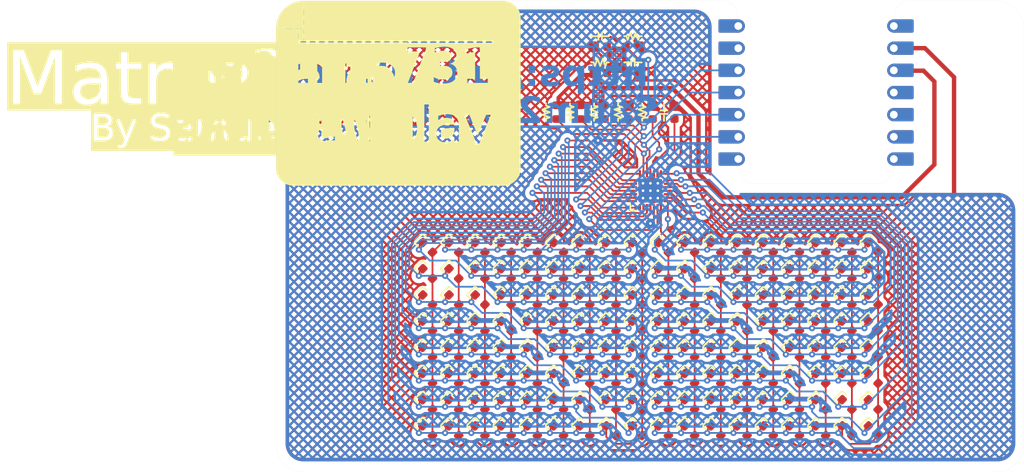
<source format=kicad_pcb>
(kicad_pcb (version 20240108) (generator "pcbnew") (generator_version "8.0")
  (layers (0 "F.Cu" signal) (31 "B.Cu" signal) (34 "B.Paste" user) (35 "F.Paste" user) (36 "B.SilkS" user "B.Silkscreen") (37 "F.SilkS" user "F.Silkscreen") (38 "B.Mask" user) (39 "F.Mask" user) (44 "Edge.Cuts" user))
  (net 0 "")
  (net 1 "GND")
  (net 2 "Net-(U1-C_FILT)")
  (net 3 "+3V0")
  (net 4 "Net-(U1-R_EXT)")
  (net 5 "SDB")
  (net 6 "+3V3")
  (net 7 "INTB")
  (net 8 "SCL")
  (net 9 "SDA")
  (net 19 "CA2")
  (net 20 "CA1")
  (net 21 "CA3")
  (net 22 "CA4")
  (net 23 "CA5")
  (net 24 "CA6")
  (net 25 "CA7")
  (net 26 "CA8")
  (net 27 "CA9")
  (net 28 "Net-(D10-A)")
  (net 29 "Net-(D17-A)")
  (net 30 "Net-(D25-A)")
  (net 31 "Net-(D33-A)")
  (net 32 "Net-(D41-A)")
  (net 33 "Net-(D49-A)")
  (net 34 "Net-(D57-A)")
  (net 35 "CB1")
  (net 36 "CB2")
  (net 37 "CB3")
  (net 38 "CB4")
  (net 39 "CB5")
  (net 40 "CB6")
  (net 41 "CB7")
  (net 42 "CB8")
  (net 43 "CB9")
  (net 44 "Net-(D81-A)")
  (net 45 "Net-(D89-A)")
  (net 46 "Net-(D100-A)")
  (net 47 "Net-(D105-A)")
  (net 48 "Net-(D113-A)")
  (net 49 "Net-(D121-A)")
  (net 50 "Net-(D129-A)")
  (footprint "Matrix-Footprints_Custom:0603_LED" (layer "F.Cu") (at 147.5 102 -45)
    (property "Reference" "D100" (hide yes))
    (property "Value" "LED_45deg" (hide yes))
  )
  (footprint "Matrix-Footprints_Custom:0603_LED" (layer "F.Cu") (at 126.5 102 -45)
    (property "Reference" "D44" (hide yes))
    (property "Value" "LED_45deg" (hide yes))
  )
  (footprint "Matrix-Footprints_Custom:0603_LED" (layer "F.Cu") (at 114.5 108 -45)
    (property "Reference" "D14" (hide yes))
    (property "Value" "LED_45deg" (hide yes))
  )
  (footprint "Matrix-Footprints_Custom:0603_LED" (layer "F.Cu") (at 123.5 111 -45)
    (property "Reference" "D39" (hide yes))
    (property "Value" "LED_45deg" (hide yes))
  )
  (footprint "Matrix-Footprints_Custom:0603_LED" (layer "F.Cu") (at 147.5 96 -45)
    (property "Reference" "D98" (hide yes))
    (property "Value" "LED_45deg" (hide yes))
  )
  (footprint "Matrix-Footprints_Custom:0603_LED" (layer "F.Cu") (at 114.5 111 -45)
    (property "Reference" "D15" (hide yes))
    (property "Value" "LED_45deg" (hide yes))
  )
  (footprint "Matrix-Footprints_Custom:0603_LED" (layer "F.Cu") (at 111.5 93 -45)
    (property "Reference" "D1" (hide yes))
    (property "Value" "LED_45deg" (hide yes))
  )
  (footprint "Matrix-Footprints_Custom:0603_LED" (layer "F.Cu") (at 117.5 102 -45)
    (property "Reference" "D20" (hide yes))
    (property "Value" "LED_45deg" (hide yes))
  )
  (footprint "Matrix-Footprints_Custom:0603_LED" (layer "F.Cu") (at 147.5 93 -45)
    (property "Reference" "D97" (hide yes))
    (property "Value" "LED_45deg" (hide yes))
  )
  (footprint "Matrix-Footprints_Custom:0603_CAP" (layer "F.Cu") (at 135 73)
    (property "Reference" "C3" (hide yes))
    (property "Value" "0.22uF" (hide yes))
  )
  (footprint "Matrix-Footprints_Custom:0603_LED" (layer "F.Cu") (at 123.5 114 -45)
    (property "Reference" "D40" (hide yes))
    (property "Value" "LED_45deg" (hide yes))
  )
  (footprint "Matrix-Footprints_Custom:0603_LED" (layer "F.Cu") (at 141.5 96 -45)
    (property "Reference" "D82" (hide yes))
    (property "Value" "LED_45deg" (hide yes))
  )
  (footprint "Matrix-Footprints_Custom:0603_LED" (layer "F.Cu") (at 135.5 111 -45)
    (property "Reference" "D71" (hide yes))
    (property "Value" "LED_45deg" (hide yes))
  )
  (footprint "Matrix-Footprints_Custom:0603_LED" (layer "F.Cu") (at 111.5 105 -45)
    (property "Reference" "D5" (hide yes))
    (property "Value" "LED_45deg" (hide yes))
  )
  (footprint "Matrix-Footprints_Custom:0603_LED" (layer "F.Cu") (at 138.5 114 -45)
    (property "Reference" "D80" (hide yes))
    (property "Value" "LED_45deg" (hide yes))
  )
  (footprint "Matrix-Footprints_Custom:0603_LED" (layer "F.Cu") (at 141.5 114 -45)
    (property "Reference" "D88" (hide yes))
    (property "Value" "LED_45deg" (hide yes))
  )
  (footprint "Matrix-Footprints_Custom:0603_LED" (layer "F.Cu") (at 129.5 105 -45)
    (property "Reference" "D53" (hide yes))
    (property "Value" "LED_45deg" (hide yes))
  )
  (footprint "Matrix-Footprints_Custom:0603_LED" (layer "F.Cu") (at 111.5 108 -45)
    (property "Reference" "D6" (hide yes))
    (property "Value" "LED_45deg" (hide yes))
  )
  (footprint "Matrix-Footprints_Custom:0603_LED" (layer "F.Cu") (at 162.5 96 -45)
    (property "Reference" "D138" (hide yes))
    (property "Value" "LED_45deg" (hide yes))
  )
  (footprint "Matrix-Footprints_Custom:0603_LED" (layer "F.Cu") (at 135.5 105 -45)
    (property "Reference" "D69" (hide yes))
    (property "Value" "LED_45deg" (hide yes))
  )
  (footprint "Matrix-Footprints_Custom:0603_LED" (layer "F.Cu") (at 120.5 111 -45)
    (property "Reference" "D31" (hide yes))
    (property "Value" "LED_45deg" (hide yes))
  )
  (footprint "Matrix-Footprints_Custom:0603_LED" (layer "F.Cu") (at 159.5 96 -45)
    (property "Reference" "D130" (hide yes))
    (property "Value" "LED_45deg" (hide yes))
  )
  (footprint "Matrix-Footprints_Custom:0603_LED" (layer "F.Cu") (at 126.5 105 -45)
    (property "Reference" "D45" (hide yes))
    (property "Value" "LED_45deg" (hide yes))
  )
  (footprint "Matrix-Footprints_Custom:0603_LED" (layer "F.Cu") (at 114.5 93 -45)
    (property "Reference" "D9" (hide yes))
    (property "Value" "LED_45deg" (hide yes))
  )
  (footprint "Matrix-Footprints_Custom:0603_LED" (layer "F.Cu") (at 162.5 105 -45)
    (property "Reference" "D141" (hide yes))
    (property "Value" "LED_45deg" (hide yes))
  )
  (footprint "Matrix-Footprints_Custom:0603_LED" (layer "F.Cu") (at 141.5 99 -45)
    (property "Reference" "D83" (hide yes))
    (property "Value" "LED_45deg" (hide yes))
  )
  (footprint "Matrix-Footprints_Custom:0603_LED" (layer "F.Cu") (at 129.5 111 -45)
    (property "Reference" "D55" (hide yes))
    (property "Value" "LED_45deg" (hide yes))
  )
  (footprint "Matrix-Footprints_Custom:0603_CAP" (layer "F.Cu") (at 139.75 77.5 90)
    (property "Reference" "C1" (hide yes))
    (property "Value" "0.1uF" (hide yes))
  )
  (footprint "Matrix-Footprints_Custom:0603_LED" (layer "F.Cu") (at 159.5 105 -45)
    (property "Reference" "D133" (hide yes))
    (property "Value" "LED_45deg" (hide yes))
  )
  (footprint "Matrix-Footprints_Custom:0603_LED" (layer "F.Cu") (at 159.5 111 -45)
    (property "Reference" "D135" (hide yes))
    (property "Value" "LED_45deg" (hide yes))
  )
  (footprint "Matrix-Footprints_Custom:0603_RES" (layer "F.Cu") (at 129 77.5 90)
    (property "Reference" "R7" (hide yes))
    (property "Value" "4.7k" (hide yes))
  )
  (footprint "Matrix-Footprints_Custom:0603_LED" (layer "F.Cu") (at 150.5 93 -45)
    (property "Reference" "D105" (hide yes))
    (property "Value" "LED_45deg" (hide yes))
  )
  (footprint "Matrix-Footprints_Custom:0603_LED" (layer "F.Cu") (at 150.5 102 -45)
    (property "Reference" "D108" (hide yes))
    (property "Value" "LED_45deg" (hide yes))
  )
  (footprint "Matrix-Footprints_Custom:0603_LED" (layer "F.Cu") (at 123.5 102 -45)
    (property "Reference" "D36" (hide yes))
    (property "Value" "LED_45deg" (hide yes))
  )
  (footprint "Matrix-Footprints_Custom:0603_LED" (layer "F.Cu") (at 117.5 96 -45)
    (property "Reference" "D18" (hide yes))
    (property "Value" "LED_45deg" (hide yes))
  )
  (footprint "Matrix-Footprints_Custom:0603_LED" (layer "F.Cu") (at 117.5 114 -45)
    (property "Reference" "D24" (hide yes))
    (property "Value" "LED_45deg" (hide yes))
  )
  (footprint "Matrix-Footprints_Custom:0603_LED" (layer "F.Cu") (at 144.5 93 -45)
    (property "Reference" "D89" (hide yes))
    (property "Value" "LED_45deg" (hide yes))
  )
  (footprint "Matrix-Footprints_Custom:0603_LED" (layer "F.Cu") (at 117.5 111 -45)
    (property "Reference" "D23" (hide yes))
    (property "Value" "LED_45deg" (hide yes))
  )
  (footprint "Matrix-Footprints_Custom:0603_CAP" (layer "F.Cu") (at 131.25 70)
    (property "Reference" "C2" (hide yes))
    (property "Value" "0.22uF" (hide yes))
  )
  (footprint "Matrix-Footprints_Custom:0603_LED" (layer "F.Cu") (at 156.5 105 -45)
    (property "Reference" "D125" (hide yes))
    (property "Value" "LED_45deg" (hide yes))
  )
  (footprint "Matrix-Footprints_Custom:0603_RES" (layer "F.Cu") (at 126.25 77.5 90)
    (property "Reference" "R6" (hide yes))
    (property "Value" "4.7k" (hide yes))
  )
  (footprint "Matrix-Footprints_Custom:0603_LED" (layer "F.Cu") (at 153.5 99 -45)
    (property "Reference" "D115" (hide yes))
    (property "Value" "LED_45deg" (hide yes))
  )
  (footprint "Matrix-Footprints_Custom:0603_LED" (layer "F.Cu") (at 156.5 114 -45)
    (property "Reference" "D128" (hide yes))
    (property "Value" "LED_45deg" (hide yes))
  )
  (footprint "Matrix-Footprints_Custom:0603_LED" (layer "F.Cu") (at 126.5 108 -45)
    (property "Reference" "D46" (hide yes))
    (property "Value" "LED_45deg" (hide yes))
  )
  (footprint "Matrix-Footprints_Custom:0603_LED" (layer "F.Cu") (at 153.5 114 -45)
    (property "Reference" "D120" (hide yes))
    (property "Value" "LED_45deg" (hide yes))
  )
  (footprint "Matrix-Footprints_Custom:0603_LED" (layer "F.Cu") (at 117.5 105 -45)
    (property "Reference" "D21" (hide yes))
    (property "Value" "LED_45deg" (hide yes))
  )
  (footprint "Matrix-Footprints_Custom:0603_LED" (layer "F.Cu") (at 135.5 99 -45)
    (property "Reference" "D67" (hide yes))
    (property "Value" "LED_45deg" (hide yes))
  )
  (footprint "Matrix-Footprints_Custom:0603_LED" (layer "F.Cu") (at 111.5 99 -45)
    (property "Reference" "D3" (hide yes))
    (property "Value" "LED_45deg" (hide yes))
  )
  (footprint "Matrix-Footprints_Custom:0603_LED" (layer "F.Cu") (at 126.5 114 -45)
    (property "Reference" "D48" (hide yes))
    (property "Value" "LED_45deg" (hide yes))
  )
  (footprint "Matrix-Footprints_Custom:0603_LED" (layer "F.Cu") (at 156.5 102 -45)
    (property "Reference" "D124" (hide yes))
    (property "Value" "LED_45deg" (hide yes))
  )
  (footprint "Matrix-Footprints_Custom:0603_LED" (layer "F.Cu") (at 135.5 93 -45)
    (property "Reference" "D65" (hide yes))
    (property "Value" "LED_45deg" (hide yes))
  )
  (footprint "Matrix-Footprints_Custom:0603_LED" (layer "F.Cu") (at 132.5 111 -45)
    (property "Reference" "D63" (hide yes))
    (property "Value" "LED_45deg" (hide yes))
  )
  (footprint "Matrix-Footprints_Custom:0603_LED" (layer "F.Cu") (at 129.5 99 -45)
    (property "Reference" "D51" (hide yes))
    (property "Value" "LED_45deg" (hide yes))
  )
  (footprint "Matrix-Footprints_Custom:0603_LED" (layer "F.Cu") (at 144.5 96 -45)
    (property "Reference" "D90" (hide yes))
    (property "Value" "LED_45deg" (hide yes))
  )
  (footprint "Matrix-Footprints_Custom:0603_LED" (layer "F.Cu") (at 150.5 111 -45)
    (property "Reference" "D111" (hide yes))
    (property "Value" "LED_45deg" (hide yes))
  )
  (footprint "Matrix-Footprints_Custom:0603_RES" (layer "F.Cu") (at 131.75 77.5 90)
    (property "Reference" "R5" (hide yes))
    (property "Value" "4.7k" (hide yes))
  )
  (footprint "Matrix-Footprints_Custom:0603_RES" (layer "F.Cu") (at 134.5 77.5 90)
    (property "Reference" "R2" (hide yes))
    (property "Value" "100k" (hide yes))
  )
  (footprint "Matrix-Footprints_Custom:0603_LED" (layer "F.Cu") (at 120.5 99 -45)
    (property "Reference" "D27" (hide yes))
    (property "Value" "LED_45deg" (hide yes))
  )
  (footprint "Matrix-Footprints_Custom:0603_LED" (layer "F.Cu") (at 120.5 102 -45)
    (property "Reference" "D28" (hide yes))
    (property "Value" "LED_45deg" (hide yes))
  )
  (footprint "Matrix-Footprints_Custom:0603_LED" (layer "F.Cu") (at 147.5 99 -45)
    (property "Reference" "D99" (hide yes))
    (property "Value" "LED_45deg" (hide yes))
  )
  (footprint "Matrix-Footprints_Custom:0603_LED" (layer "F.Cu") (at 123.5 108 -45)
    (property "Reference" "D38" (hide yes))
    (property "Value" "LED_45deg" (hide yes))
  )
  (footprint "Matrix-Footprints_Custom:0603_LED" (layer "F.Cu") (at 132.5 108 -45)
    (property "Reference" "D62" (hide yes))
    (property "Value" "LED_45deg" (hide yes))
  )
  (footprint "Matrix-Footprints_Custom:0603_LED" (layer "F.Cu") (at 144.5 102 -45)
    (property "Reference" "D92" (hide yes))
    (property "Value" "LED_45deg" (hide yes))
  )
  (footprint "Matrix-Footprints_Custom:0603_LED" (layer "F.Cu") (at 138.5 102 -45)
    (property "Reference" "D76" (hide yes))
    (property "Value" "LED_45deg" (hide yes))
  )
  (footprint "Matrix-Footprints_Custom:0603_LED" (layer "F.Cu") (at 150.5 114 -45)
    (property "Reference" "D112" (hide yes))
    (property "Value" "LED_45deg" (hide yes))
  )
  (footprint "Matrix-Footprints_Custom:0603_LED" (layer "F.Cu") (at 120.5 105 -45)
    (property "Reference" "D29" (hide yes))
    (property "Value" "LED_45deg" (hide yes))
  )
  (footprint "Matrix-Footprints_Custom:0603_RES" (layer "F.Cu") (at 137.25 77.5 90)
    (property "Reference" "R1" (hide yes))
    (property "Value" "4.3k" (hide yes))
  )
  (footprint "Matrix-Footprints_Custom:0603_LED" (layer "F.Cu") (at 144.5 99 -45)
    (property "Reference" "D91" (hide yes))
    (property "Value" "LED_45deg" (hide yes))
  )
  (footprint "Matrix-Footprints_Custom:0603_LED" (layer "F.Cu") (at 114.5 96 -45)
    (property "Reference" "D10" (hide yes))
    (property "Value" "LED_45deg" (hide yes))
  )
  (footprint "Matrix-Footprints_Custom:0603_LED" (layer "F.Cu") (at 159.5 114 -45)
    (property "Reference" "D136" (hide yes))
    (property "Value" "LED_45deg" (hide yes))
  )
  (footprint "Matrix-Footprints_Custom:0603_LED" (layer "F.Cu") (at 135.5 102 -45)
    (property "Reference" "D68" (hide yes))
    (property "Value" "LED_45deg" (hide yes))
  )
  (footprint "Matrix-Footprints_Custom:0603_LED" (layer "F.Cu") (at 129.5 114 -45)
    (property "Reference" "D56" (hide yes))
    (property "Value" "LED_45deg" (hide yes))
  )
  (footprint "Matrix-Footprints_Custom:0603_LED" (layer "F.Cu") (at 126.5 93 -45)
    (property "Reference" "D41" (hide yes))
    (property "Value" "LED_45deg" (hide yes))
  )
  (footprint "Matrix-Footprints_Custom:0603_LED" (layer "F.Cu") (at 159.5 93 -45)
    (property "Reference" "D129" (hide yes))
    (property "Value" "LED_45deg" (hide yes))
  )
  (footprint "Matrix-Footprints_Custom:0603_LED" (layer "F.Cu") (at 132.5 93 -45)
    (property "Reference" "D57" (hide yes))
    (property "Value" "LED_45deg" (hide yes))
  )
  (footprint "Matrix-Footprints_Custom:0603_LED" (layer "F.Cu") (at 156.5 108 -45)
    (property "Reference" "D126" (hide yes))
    (property "Value" "LED_45deg" (hide yes))
  )
  (footprint "Matrix-Footprints_Custom:0603_LED" (layer "F.Cu") (at 150.5 105 -45)
    (property "Reference" "D109" (hide yes))
    (property "Value" "LED_45deg" (hide yes))
  )
  (footprint "Matrix-Footprints_Custom:0603_LED" (layer "F.Cu") (at 156.5 99 -45)
    (property "Reference" "D123" (hide yes))
    (property "Value" "LED_45deg" (hide yes))
  )
  (footprint "Matrix-Footprints_Custom:0603_LED" (layer "F.Cu") (at 150.5 99 -45)
    (property "Reference" "D107" (hide yes))
    (property "Value" "LED_45deg" (hide yes))
  )
  (footprint "Matrix-Footprints_Custom:0603_LED" (layer "F.Cu") (at 117.5 93 -45)
    (property "Reference" "D17" (hide yes))
    (property "Value" "LED_45deg" (hide yes))
  )
  (footprint "Matrix-Footprints_Custom:0603_LED" (layer "F.Cu") (at 120.5 96 -45)
    (property "Reference" "D26" (hide yes))
    (property "Value" "LED_45deg" (hide yes))
  )
  (footprint "Matrix-Footprints_Custom:0603_LED" (layer "F.Cu") (at 144.5 114 -45)
    (property "Reference" "D96" (hide yes))
    (property "Value" "LED_45deg" (hide yes))
  )
  (footprint "Matrix-Footprints_Custom:0603_LED" (layer "F.Cu") (at 147.5 114 -45)
    (property "Reference" "D104" (hide yes))
    (property "Value" "LED_45deg" (hide yes))
  )
  (footprint "Matrix-Footprints_Custom:0603_LED" (layer "F.Cu") (at 135.5 114 -45)
    (property "Reference" "D72" (hide yes))
    (property "Value" "LED_45deg" (hide yes))
  )
  (footprint "Matrix-Footprints_Custom:0603_LED" (layer "F.Cu") (at 123.5 99 -45)
    (property "Reference" "D35" (hide yes))
    (property "Value" "LED_45deg" (hide yes))
  )
  (footprint "Matrix-Footprints_Custom:0603_LED" (layer "F.Cu") (at 144.5 108 -45)
    (property "Reference" "D94" (hide yes))
    (property "Value" "LED_45deg" (hide yes))
  )
  (footprint "Matrix-Footprints_Custom:0603_LED" (layer "F.Cu") (at 138.5 99 -45)
    (property "Reference" "D75" (hide yes))
    (property "Value" "LED_45deg" (hide yes))
  )
  (footprint "Matrix-Footprints_Custom:0603_LED" (layer "F.Cu") (at 141.5 108 -45)
    (property "Reference" "D86" (hide yes))
    (property "Value" "LED_45deg" (hide yes))
  )
  (footprint "Matrix-Footprints_Custom:0603_LED" (layer "F.Cu") (at 150.5 96 -45)
    (property "Reference" "D106" (hide yes))
    (property "Value" "LED_45deg" (hide yes))
  )
  (footprint "Matrix-Footprints_Custom:0603_LED" (layer "F.Cu") (at 114.5 105 -45)
    (property "Reference" "D13" (hide yes))
    (property "Value" "LED_45deg" (hide yes))
  )
  (footprint "Matrix-Footprints_Custom:0603_LED" (layer "F.Cu") (at 129.5 96 -45)
    (property "Reference" "D50" (hide yes))
    (property "Value" "LED_45deg" (hide yes))
  )
  (footprint "Matrix-Footprints_Custom:0603_LED" (layer "F.Cu") (at 141.5 111 -45)
    (property "Reference" "D87" (hide yes))
    (property "Value" "LED_45deg" (hide yes))
  )
  (footprint "Matrix-Footprints_Custom:0603_LED" (layer "F.Cu") (at 138.5 96 -45)
    (property "Reference" "D74" (hide yes))
    (property "Value" "LED_45deg" (hide yes))
  )
  (footprint "Matrix-Footprints_Custom:0603_LED" (layer "F.Cu") (at 162.5 114 -45)
    (property "Reference" "D144" (hide yes))
    (property "Value" "LED_45deg" (hide yes))
  )
  (footprint "Matrix-Footprints_Custom:FLUSH_XIAO_RP2040" (layer "F.Cu") (at 155.955 75.25)
    (property "Reference" "U2" (hide yes))
    (property "Value" "XIAO-RP2040-DIP")
  )
  (footprint "Matrix-Footprints_Custom:0603_LED" (layer "F.Cu") (at 132.5 99 -45)
    (property "Reference" "D59" (hide yes))
    (property "Value" "LED_45deg" (hide yes))
  )
  (footprint "Matrix-Footprints_Custom:0603_LED" (layer "F.Cu") (at 141.5 102 -45)
    (property "Reference" "D84" (hide yes))
    (property "Value" "LED_45deg" (hide yes))
  )
  (footprint "Matrix-Footprints_Custom:0603_LED" (layer "F.Cu") (at 129.5 93 -45)
    (property "Reference" "D49" (hide yes))
    (property "Value" "LED_45deg" (hide yes))
  )
  (footprint "Matrix-Footprints_Custom:0603_LED" (layer "F.Cu") (at 159.5 99 -45)
    (property "Reference" "D131" (hide yes))
    (property "Value" "LED_45deg" (hide yes))
  )
  (footprint "Matrix-Footprints_Custom:0603_LED" (layer "F.Cu") (at 138.5 111 -45)
    (property "Reference" "D79" (hide yes))
    (property "Value" "LED_45deg" (hide yes))
  )
  (footprint "Matrix-Footprints_Custom:0603_LED" (layer "F.Cu") (at 138.5 108 -45)
    (property "Reference" "D78" (hide yes))
    (property "Value" "LED_45deg" (hide yes))
  )
  (footprint "Matrix-Footprints_Custom:0603_LED" (layer "F.Cu") (at 126.5 96 -45)
    (property "Reference" "D42" (hide yes))
    (property "Value" "LED_45deg" (hide yes))
  )
  (footprint "Matrix-Footprints_Custom:0603_LED" (layer "F.Cu") (at 114.5 99 -45)
    (property "Reference" "D11" (hide yes))
    (property "Value" "LED_45deg" (hide yes))
  )
  (footprint "Matrix-Footprints_Custom:0603_LED" (layer "F.Cu") (at 132.5 102 -45)
    (property "Reference" "D60" (hide yes))
    (property "Value" "LED_45deg" (hide yes))
  )
  (footprint "Matrix-Footprints_Custom:IS31FL3731" (layer "F.Cu") (at 137 86.5 90)
    (property "Reference" "U1" (hide yes))
    (property "Value" "IS31FL3731-QF" (hide yes))
  )
  (footprint "Matrix-Footprints_Custom:0603_LED" (layer "F.Cu") (at 153.5 102 -45)
    (property "Reference" "D116" (hide yes))
    (property "Value" "LED_45deg" (hide yes))
  )
  (footprint "Matrix-Footprints_Custom:0603_LED" (layer "F.Cu") (at 138.5 93 -45)
    (property "Reference" "D73" (hide yes))
    (property "Value" "LED_45deg" (hide yes))
  )
  (footprint "Matrix-Footprints_Custom:0603_LED" (layer "F.Cu") (at 153.5 93 -45)
    (property "Reference" "D113" (hide yes))
    (property "Value" "LED_45deg" (hide yes))
  )
  (footprint "Matrix-Footprints_Custom:0603_LED" (layer "F.Cu") (at 141.5 93 -45)
    (property "Reference" "D81" (hide yes))
    (property "Value" "LED_45deg" (hide yes))
  )
  (footprint "Matrix-Footprints_Custom:0603_LED" (layer "F.Cu") (at 147.5 108 -45)
    (property "Reference" "D102" (hide yes))
    (property "Value" "LED_45deg" (hide yes))
  )
  (footprint "Matrix-Footprints_Custom:0603_LED" (layer "F.Cu") (at 129.5 102 -45)
    (property "Reference" "D52" (hide yes))
    (property "Value" "LED_45deg" (hide yes))
  )
  (footprint "Matrix-Footprints_Custom:0603_RES" (layer "F.Cu") (at 131.25 73)
    (property "Reference" "R3" (hide yes))
    (property "Value" "10k" (hide yes))
  )
  (footprint "Matrix-Footprints_Custom:0603_LED" (layer "F.Cu") (at 111.5 96 -45)
    (property "Reference" "D2" (hide yes))
    (property "Value" "LED_45deg" (hide yes))
  )
  (footprint "Matrix-Footprints_Custom:0603_LED" (layer "F.Cu") (at 111.5 114 -45)
    (property "Reference" "D8" (hide yes))
    (property "Value" "LED_45deg" (hide yes))
  )
  (footprint "Matrix-Footprints_Custom:0603_LED" (layer "F.Cu") (at 162.5 99 -45)
    (property "Reference" "D139" (hide yes))
    (property "Value" "LED_45deg" (hide yes))
  )
  (footprint "Matrix-Footprints_Custom:0603_LED" (layer "F.Cu") (at 147.5 111 -45)
    (property "Reference" "D103" (hide yes))
    (property "Value" "LED_45deg" (hide yes))
  )
  (footprint "Matrix-Footprints_Custom:0603_LED" (layer "F.Cu") (at 114.5 102 -45)
    (property "Reference" "D12" (hide yes))
    (property "Value" "LED_45deg" (hide yes))
  )
  (footprint "Matrix-Footprints_Custom:0603_LED" (layer "F.Cu") (at 156.5 111 -45)
    (property "Reference" "D127" (hide yes))
    (property "Value" "LED_45deg" (hide yes))
  )
  (footprint "Matrix-Footprints_Custom:0603_LED" (layer "F.Cu") (at 153.5 96 -45)
    (property "Reference" "D114" (hide yes))
    (property "Value" "LED_45deg" (hide yes))
  )
  (footprint "Matrix-Footprints_Custom:0603_LED" (layer "F.Cu") (at 123.5 96 -45)
    (property "Reference" "D34" (hide yes))
    (property "Value" "LED_45deg" (hide yes))
  )
  (footprint "Matrix-Footprints_Custom:0603_LED" (layer "F.Cu") (at 111.5 111 -45)
    (property "Reference" "D7" (hide yes))
    (property "Value" "LED_45deg" (hide yes))
  )
  (footprint "Matrix-Footprints_Custom:0603_LED" (layer "F.Cu") (at 162.5 93 -45)
    (property "Reference" "D137" (hide yes))
    (property "Value" "LED_45deg" (hide yes))
  )
  (footprint "Matrix-Footprints_Custom:0603_LED" (layer "F.Cu") (at 138.5 105 -45)
    (property "Reference" "D77" (hide yes))
    (property "Value" "LED_45deg" (hide yes))
  )
  (footprint "Matrix-Footprints_Custom:0603_LED" (layer "F.Cu") (at 123.5 105 -45)
    (property "Reference" "D37" (hide yes))
    (property "Value" "LED_45deg" (hide yes))
  )
  (footprint "Matrix-Footprints_Custom:0603_RES" (layer "F.Cu") (at 135 70)
    (property "Reference" "R4" (hide yes))
    (property "Value" "1k" (hide yes))
  )
  (footprint "Matrix-Footprints_Custom:0603_LED" (layer "F.Cu") (at 114.5 114 -45)
    (property "Reference" "D16" (hide yes))
    (property "Value" "LED_45deg" (hide yes))
  )
  (footprint "Matrix-Footprints_Custom:0603_LED" (layer "F.Cu") (at 162.5 102 -45)
    (property "Reference" "D140" (hide yes))
    (property "Value" "LED_45deg" (hide yes))
  )
  (footprint "Matrix-Footprints_Custom:0603_LED" (layer "F.Cu") (at 123.5 93 -45)
    (property "Reference" "D33" (hide yes))
    (property "Value" "LED_45deg" (hide yes))
  )
  (footprint "Matrix-Footprints_Custom:0603_LED" (layer "F.Cu") (at 150.5 108 -45)
    (property "Reference" "D110" (hide yes))
    (property "Value" "LED_45deg" (hide yes))
  )
  (footprint "Matrix-Footprints_Custom:0603_LED" (layer "F.Cu") (at 141.5 105 -45)
    (property "Reference" "D85" (hide yes))
    (property "Value" "LED_45deg" (hide yes))
  )
  (footprint "Matrix-Footprints_Custom:0603_LED" (layer "F.Cu") (at 162.5 111 -45)
    (property "Reference" "D143" (hide yes))
    (property "Value" "LED_45deg" (hide yes))
  )
  (footprint "Matrix-Footprints_Custom:0603_LED" (layer "F.Cu") (at 117.5 99 -45)
    (property "Reference" "D19" (hide yes))
    (property "Value" "LED_45deg" (hide yes))
  )
  (footprint "Matrix-Footprints_Custom:0603_LED" (layer "F.Cu") (at 126.5 99 -45)
    (property "Reference" "D43" (hide yes))
    (property "Value" "LED_45deg" (hide yes))
  )
  (footprint "Matrix-Footprints_Custom:0603_LED" (layer "F.Cu") (at 153.5 111 -45)
    (property "Reference" "D119" (hide yes))
    (property "Value" "LED_45deg" (hide yes))
  )
  (footprint "Matrix-Footprints_Custom:0603_LED" (layer "F.Cu") (at 135.5 96 -45)
    (property "Reference" "D66" (hide yes))
    (property "Value" "LED_45deg" (hide yes))
  )
  (footprint "Matrix-Footprints_Custom:0603_LED" (layer "F.Cu") (at 159.5 102 -45)
    (property "Reference" "D132" (hide yes))
    (property "Value" "LED_45deg" (hide yes))
  )
  (footprint "Matrix-Footprints_Custom:0603_LED" (layer "F.Cu") (at 120.5 93 -45)
    (property "Reference" "D25" (hide yes))
    (property "Value" "LED_45deg" (hide yes))
  )
  (footprint "Matrix-Footprints_Custom:0603_LED" (layer "F.Cu") (at 129.5 108 -45)
    (property "Reference" "D54" (hide yes))
    (property "Value" "LED_45deg" (hide yes))
  )
  (footprint "Matrix-Footprints_Custom:0603_LED" (layer "F.Cu") (at 132.5 96 -45)
    (property "Reference" "D58" (hide yes))
    (property "Value" "LED_45deg" (hide yes))
  )
  (footprint "Matrix-Footprints_Custom:0603_LED" (layer "F.Cu") (at 117.5 108 -45)
    (property "Reference" "D22" (hide yes))
    (property "Value" "LED_45deg" (hide yes))
  )
  (footprint "Matrix-Footprints_Custom:0603_LED" (layer "F.Cu") (at 159.5 108 -45)
    (property "Reference" "D134" (hide yes))
    (property "Value" "LED_45deg" (hide yes))
  )
  (footprint "Matrix-Footprints_Custom:0603_LED" (layer "F.Cu") (at 135.5 108 -45)
    (property "Reference" "D70" (hide yes))
    (property "Value" "LED_45deg" (hide yes))
  )
  (footprint "Matrix-Footprints_Custom:0603_LED" (layer "F.Cu") (at 111.5 102 -45)
    (property "Reference" "D4" (hide yes))
    (property "Value" "LED_45deg" (hide yes))
  )
  (footprint "Matrix-Footprints_Custom:0603_LED" (layer "F.Cu") (at 120.5 114 -45)
    (property "Reference" "D32" (hide yes))
    (property "Value" "LED_45deg" (hide yes))
  )
  (footprint "Matrix-Footprints_Custom:0603_LED" (layer "F.Cu") (at 132.5 114 -45)
    (property "Reference" "D64" (hide yes))
    (property "Value" "LED_45deg" (hide yes))
  )
  (footprint "Matrix-Footprints_Custom:0603_LED" (layer "F.Cu") (at 147.5 105 -45)
    (property "Reference" "D101" (hide yes))
    (property "Value" "LED_45deg" (hide yes))
  )
  (footprint "Matrix-Footprints_Custom:0603_LED" (layer "F.Cu") (at 132.5 105 -45)
    (property "Reference" "D61" (hide yes))
    (property "Value" "LED_45deg" (hide yes))
  )
  (footprint "Matrix-Footprints_Custom:0603_LED" (layer "F.Cu") (at 120.5 108 -45)
    (property "Reference" "D30" (hide yes))
    (property "Value" "LED_45deg" (hide yes))
  )
  (footprint "Matrix-Footprints_Custom:0603_LED" (layer "F.Cu") (at 144.5 111 -45)
    (property "Reference" "D95" (hide yes))
    (property "Value" "LED_45deg" (hide yes))
  )
  (footprint "Matrix-Footprints_Custom:0603_LED" (layer "F.Cu") (at 153.5 105 -45)
    (property "Reference" "D117" (hide yes))
    (property "Value" "LED_45deg" (hide yes))
  )
  (footprint "Matrix-Footprints_Custom:0603_LED" (layer "F.Cu") (at 162.5 108 -45)
    (property "Reference" "D142" (hide yes))
    (property "Value" "LED_45deg" (hide yes))
  )
  (footprint "Matrix-Footprints_Custom:0603_LED" (layer "F.Cu") (at 156.5 93 -45)
    (property "Reference" "D121" (hide yes))
    (property "Value" "LED_45deg" (hide yes))
  )
  (footprint "Matrix-Footprints_Custom:0603_LED" (layer "F.Cu") (at 144.5 105 -45)
    (property "Reference" "D93" (hide yes))
    (property "Value" "LED_45deg" (hide yes))
  )
  (footprint "Matrix-Footprints_Custom:0603_LED" (layer "F.Cu") (at 126.5 111 -45)
    (property "Reference" "D47" (hide yes))
    (property "Value" "LED_45deg" (hide yes))
  )
  (footprint "Matrix-Footprints_Custom:0603_LED" (layer "F.Cu") (at 153.5 108 -45)
    (property "Reference" "D118" (hide yes))
    (property "Value" "LED_45deg" (hide yes))
  )
  (footprint "Matrix-Footprints_Custom:0603_LED" (layer "F.Cu") (at 156.5 96 -45)
    (property "Reference" "D122" (hide yes))
    (property "Value" "LED_45deg" (hide yes))
  )
  (gr_rect (start 96.149997 81.079992) (end 120.149994 85.929996) (fill solid) (layer "F.SilkS"))
  (gr_poly (pts (arc (start 97.33 64.749998) (mid 95.081399 65.681399) (end 94.149998 67.93)) (xy 97.33 67.93)) (fill solid) (layer "F.SilkS"))
  (gr_rect (start 97.33 64.749998) (end 120.149998 69.4) (fill solid) (layer "F.SilkS"))
  (gr_rect (start 118.999994 66.75) (end 122.149998 83.929996) (fill solid) (layer "F.SilkS"))
  (gr_circle (center 120.149998 66.75) (end 122.149998 66.75) (fill solid) (layer "F.SilkS"))
  (gr_circle (center 96.149997 83.929994) (end 98.149997 83.929994) (fill solid) (layer "F.SilkS"))
  (gr_circle (center 120.149994 83.929996) (end 122.149994 83.929996) (fill solid) (layer "F.SilkS"))
  (gr_rect (start 94.149998 67.93) (end 96.699997 83.929994) (fill solid) (layer "F.SilkS"))
  (gr_rect (start 96.699997 67.93) (end 97.33 69.4) (fill solid) (layer "F.SilkS"))
  (gr_rect (start 104.9 77.2) (end 109.8 81.1) (fill solid) (layer "F.SilkS"))
  (gr_arc (start 179.750001 115.55) (mid 178.8186 117.7986) (end 176.57 118.730001) (stroke (width 0.01)) (layer "Edge.Cuts"))
  (gr_line (start 179.75 67.93) (end 179.750001 115.55) (stroke (width 0.01)) (layer "Edge.Cuts"))
  (gr_arc (start 97.33 118.730001) (mid 95.0814 117.7986) (end 94.149999 115.55) (stroke (width 0.01)) (layer "Edge.Cuts"))
  (gr_line (start 147.045001 66.653903) (end 147.05486 83.770001) (stroke (width 0.01)) (layer "Edge.Cuts"))
  (gr_line (start 164.845002 66.656097) (end 164.845002 83.792083) (stroke (width 0.01)) (layer "Edge.Cuts"))
  (gr_line (start 166.75 64.75) (end 176.57 64.749997) (stroke (width 0.01)) (layer "Edge.Cuts"))
  (gr_arc (start 145.14 64.750001) (mid 146.486651 65.307574) (end 147.045001 66.653903) (stroke (width 0.01)) (layer "Edge.Cuts"))
  (gr_line (start 148.96 85.675) (end 162.95 85.675) (stroke (width 0.01)) (layer "Edge.Cuts"))
  (gr_line (start 97.33 118.730001) (end 176.57 118.730001) (stroke (width 0.01)) (layer "Edge.Cuts"))
  (gr_arc (start 164.845 66.656095) (mid 165.402574 65.308349) (end 166.75 64.75) (stroke (width 0.01)) (layer "Edge.Cuts"))
  (gr_line (start 145.14 64.750001) (end 97.33 64.75) (stroke (width 0.01)) (layer "Edge.Cuts"))
  (gr_line (start 94.149999 115.55) (end 94.149998 67.93) (stroke (width 0.01)) (layer "Edge.Cuts"))
  (gr_arc (start 94.149998 67.93) (mid 95.081399 65.6814) (end 97.33 64.75) (stroke (width 0.01)) (layer "Edge.Cuts"))
  (gr_arc (start 164.845002 83.792083) (mid 164.282532 85.128054) (end 162.940131 85.675003) (stroke (width 0.01)) (layer "Edge.Cuts"))
  (gr_arc (start 176.57 64.749999) (mid 178.818599 65.6814) (end 179.75 67.93) (stroke (width 0.01)) (layer "Edge.Cuts"))
  (gr_arc (start 148.96 85.67514) (mid 147.612863 85.117138) (end 147.05486 83.770001) (stroke (width 0.01)) (layer "Edge.Cuts"))
  (gr_text "Saum27/MatrixCard" (at 114.5 77.5 0) (layer "B.Cu") (effects (font (size 3 3) (thickness 0.6) (bold yes)) (justify mirror)))
  (gr_text "https://github.com/" (at 114 73.25 0) (layer "B.Cu") (effects (font (size 3 3) (thickness 0.6) (bold yes)) (justify mirror)))
  (gr_text "MatrixCard" (at 109.3 77.55 0) (layer "F.SilkS" knockout) (effects (font (size 6 6) (thickness 0.1)) (justify right bottom)))
  (gr_text "By Samuel Faw" (at 104.7 81.25 0) (layer "F.SilkS" knockout) (effects (font (size 3 3) (thickness 0.375)) (justify right bottom)))
  (gr_text "IS31FL3731\n9x16 Display" (at 118.9 81.55 0) (layer "F.SilkS" knockout) (effects (font (size 4 4) (thickness 0.1)) (justify right bottom)))
  (segment (start 139 81.75) (end 139 81) (width 0.2) (layer "F.Cu") (net 1))
  (segment (start 171.75 73.5) (end 171.75 87) (width 0.5) (layer "F.Cu") (net 1))
  (segment (start 137.4 89.85) (end 137.4 88.4375) (width 0.2) (layer "F.Cu") (net 1))
  (segment (start 165.91 70.17) (end 168.42 70.17) (width 0.5) (layer "F.Cu") (net 1))
  (segment (start 137 84.562501) (end 137 83.75) (width 0.2) (layer "F.Cu") (net 1))
  (segment (start 137 90.25) (end 137.4 89.85) (width 0.2) (layer "F.Cu") (net 1))
  (segment (start 137 83.75) (end 139 81.75) (width 0.2) (layer "F.Cu") (net 1))
  (segment (start 168.42 70.17) (end 171.75 73.5) (width 0.5) (layer "F.Cu") (net 1))
  (via (at 131 80.75) (size 0.7) (drill 0.3) (layers "F.Cu" "B.Cu") (net 1))
  (via (at 137 90.25) (size 0.7) (drill 0.3) (layers "F.Cu" "B.Cu") (net 1))
  (segment (start 137.8 84.5625) (end 137.8 83.95) (width 0.2) (layer "F.Cu") (net 2))
  (segment (start 139.75 82) (end 139.75 78.287501) (width 0.2) (layer "F.Cu") (net 2))
  (segment (start 137.8 83.95) (end 139.75 82) (width 0.2) (layer "F.Cu") (net 2))
  (segment (start 128.499999 87.500002) (end 129.907846 87.500002) (width 0.2) (layer "F.Cu") (net 3))
  (segment (start 129.907846 87.500002) (end 131.457844 89.05) (width 0.2) (layer "F.Cu") (net 3))
  (segment (start 135.712499 71.5) (end 134.212499 73) (width 0.2) (layer "F.Cu") (net 3))
  (segment (start 131.457844 89.05) (end 135.999999 89.05) (width 0.2) (layer "F.Cu") (net 3))
  (segment (start 136.75 71.5) (end 135.712499 71.5) (width 0.2) (layer "F.Cu") (net 3))
  (segment (start 135.999999 89.05) (end 136.2 88.849999) (width 0.2) (layer "F.Cu") (net 3))
  (segment (start 136.2 88.849999) (end 136.2 88.4375) (width 0.2) (layer "F.Cu") (net 3))
  (segment (start 135.712499 71.5) (end 134.212499 70) (width 0.2) (layer "F.Cu") (net 3))
  (via (at 128.499999 87.500002) (size 0.7) (drill 0.3) (layers "F.Cu" "B.Cu") (net 3))
  (via (at 136.75 71.5) (size 0.7) (drill 0.3) (layers "F.Cu" "B.Cu") (net 3))
  (segment (start 128.499999 87.500002) (end 133.75 82.250001) (width 0.2) (layer "B.Cu") (net 3))
  (segment (start 136.75 77.75) (end 136.75 71.5) (width 0.2) (layer "B.Cu") (net 3))
  (segment (start 133.75 82.250001) (end 133.75 80.75) (width 0.2) (layer "B.Cu") (net 3))
  (segment (start 133.75 80.75) (end 136.75 77.75) (width 0.2) (layer "B.Cu") (net 3))
  (segment (start 137.8 90.45) (end 137.8 88.4375) (width 0.2) (layer "F.Cu") (net 4))
  (segment (start 137.25 91) (end 137.8 90.45) (width 0.2) (layer "F.Cu") (net 4))
  (segment (start 138 81) (end 137.25 80.25) (width 0.2) (layer "F.Cu") (net 4))
  (segment (start 137.25 80.25) (end 137.25 78.287501) (width 0.2) (layer "F.Cu") (net 4))
  (segment (start 129.999999 89.750002) (end 131.249997 91) (width 0.2) (layer "F.Cu") (net 4))
  (segment (start 131.249997 91) (end 137.25 91) (width 0.2) (layer "F.Cu") (net 4))
  (segment (start 138 81.75) (end 138 81) (width 0.2) (layer "F.Cu") (net 4))
  (via (at 129.999999 89.750002) (size 0.7) (drill 0.3) (layers "F.Cu" "B.Cu") (net 4))
  (via (at 138 81.75) (size 0.7) (drill 0.3) (layers "F.Cu" "B.Cu") (net 4))
  (segment (start 129.999999 89.750001) (end 138 81.75) (width 0.2) (layer "B.Cu") (net 4))
  (segment (start 129.999999 89.750002) (end 129.999999 89.750001) (width 0.2) (layer "B.Cu") (net 4))
  (segment (start 135.287501 78.287501) (end 136.25 79.25) (width 0.2) (layer "F.Cu") (net 5))
  (segment (start 128.999999 88.250002) (end 130.09216 88.250002) (width 0.2) (layer "F.Cu") (net 5))
  (segment (start 134.5 78.287501) (end 135.287501 78.287501) (width 0.2) (layer "F.Cu") (net 5))
  (segment (start 136.165684 89.45) (end 136.6 89.015684) (width 0.2) (layer "F.Cu") (net 5))
  (segment (start 131.292158 89.45) (end 136.165684 89.45) (width 0.2) (layer "F.Cu") (net 5))
  (segment (start 130.09216 88.250002) (end 131.292158 89.45) (width 0.2) (layer "F.Cu") (net 5))
  (segment (start 136.6 89.015684) (end 136.6 88.4375) (width 0.2) (layer "F.Cu") (net 5))
  (via (at 128.999999 88.250002) (size 0.7) (drill 0.3) (layers "F.Cu" "B.Cu") (net 5))
  (via (at 136.25 79.25) (size 0.7) (drill 0.3) (layers "F.Cu" "B.Cu") (net 5))
  (segment (start 128.999999 88.250002) (end 134.5 82.750001) (width 0.2) (layer "B.Cu") (net 5))
  (segment (start 142.79 72.71) (end 146 72.71) (width 0.2) (layer "B.Cu") (net 5))
  (segment (start 134.5 81) (end 136.25 79.25) (width 0.2) (layer "B.Cu") (net 5))
  (segment (start 134.5 82.750001) (end 134.5 81) (width 0.2) (layer "B.Cu") (net 5))
  (segment (start 136.25 79.25) (end 142.79 72.71) (width 0.2) (layer "B.Cu") (net 5))
  (segment (start 168.25 72.75) (end 165.95 72.75) (width 0.5) (layer "F.Cu") (net 6))
  (segment (start 142.5 77.75) (end 142.5 84.5) (width 0.5) (layer "F.Cu") (net 6))
  (segment (start 169.5 83.5) (end 169.5 74) (width 0.5) (layer "F.Cu") (net 6))
  (segment (start 131.75 74.75) (end 139.5 74.75) (width 0.5) (layer "F.Cu") (net 6))
  (segment (start 145.25 87.25) (end 165.75 87.25) (width 0.5) (layer "F.Cu") (net 6))
  (segment (start 139.5 74.75) (end 142.5 77.75) (width 0.5) (layer "F.Cu") (net 6))
  (segment (start 165.95 72.75) (end 165.91 72.71) (width 0.2) (layer "F.Cu") (net 6))
  (segment (start 142.5 84.5) (end 145.25 87.25) (width 0.5) (layer "F.Cu") (net 6))
  (segment (start 169.5 74) (end 168.25 72.75) (width 0.5) (layer "F.Cu") (net 6))
  (segment (start 165.75 87.25) (end 169.5 83.5) (width 0.5) (layer "F.Cu") (net 6))
  (segment (start 136.33137 89.85) (end 137 89.18137) (width 0.2) (layer "F.Cu") (net 7))
  (segment (start 131.75 78.287501) (end 132.4875 79.025001) (width 0.2) (layer "F.Cu") (net 7))
  (segment (start 129.499999 89.000002) (end 130.276474 89.000002) (width 0.2) (layer "F.Cu") (net 7))
  (segment (start 130.276474 89.000002) (end 131.126472 89.85) (width 0.2) (layer "F.Cu") (net 7))
  (segment (start 131.126472 89.85) (end 136.33137 89.85) (width 0.2) (layer "F.Cu") (net 7))
  (segment (start 132.4875 79.025001) (end 135.025001 79.025001) (width 0.2) (layer "F.Cu") (net 7))
  (segment (start 135.025001 79.025001) (end 136.25 80.25) (width 0.2) (layer "F.Cu") (net 7))
  (segment (start 137 89.18137) (end 137 88.437499) (width 0.2) (layer "F.Cu") (net 7))
  (via (at 129.499999 89.000002) (size 0.7) (drill 0.3) (layers "F.Cu" "B.Cu") (net 7))
  (via (at 136.25 80.25) (size 0.7) (drill 0.3) (layers "F.Cu" "B.Cu") (net 7))
  (segment (start 135.25 81.25) (end 136.25 80.25) (width 0.2) (layer "B.Cu") (net 7))
  (segment (start 136.25 80.315687) (end 136.25 80.25) (width 0.2) (layer "B.Cu") (net 7))
  (segment (start 135.25 83.250001) (end 135.25 81.25) (width 0.2) (layer "B.Cu") (net 7))
  (segment (start 136.5 80.25) (end 141.5 75.25) (width 0.2) (layer "B.Cu") (net 7))
  (segment (start 129.499999 89.000002) (end 135.25 83.250001) (width 0.2) (layer "B.Cu") (net 7))
  (segment (start 141.5 75.25) (end 146 75.25) (width 0.2) (layer "B.Cu") (net 7))
  (segment (start 136.25 80.25) (end 136.5 80.25) (width 0.2) (layer "B.Cu") (net 7))
  (segment (start 134 80) (end 136.25 82.25) (width 0.2) (layer "F.Cu") (net 8))
  (segment (start 136.2 82.3) (end 136.25 82.25) (width 0.2) (layer "F.Cu") (net 8))
  (segment (start 136.2 84.5625) (end 136.2 82.3) (width 0.2) (layer "F.Cu") (net 8))
  (segment (start 127.962499 80) (end 134 80) (width 0.2) (layer "F.Cu") (net 8))
  (segment (start 126.25 78.287501) (end 127.962499 80) (width 0.2) (layer "F.Cu") (net 8))
  (via (at 136.25 82.25) (size 0.7) (drill 0.3) (layers "F.Cu" "B.Cu") (net 8))
  (segment (start 136.25 82.25) (end 138.17 80.33) (width 0.2) (layer "B.Cu") (net 8))
  (segment (start 138.17 80.33) (end 146 80.33) (width 0.2) (layer "B.Cu") (net 8))
  (segment (start 134.5 79.5) (end 136.25 81.25) (width 0.2) (layer "F.Cu") (net 9))
  (segment (start 136.9 81.9) (end 136.25 81.25) (width 0.2) (layer "F.Cu") (net 9))
  (segment (start 129 78.287501) (end 130.212499 79.5) (width 0.2) (layer "F.Cu") (net 9))
  (segment (start 136.6 82.819239) (end 136.9 82.519239) (width 0.2) (layer "F.Cu") (net 9))
  (segment (start 130.212499 79.5) (end 134.5 79.5) (width 0.2) (layer "F.Cu") (net 9))
  (segment (start 136.9 82.519239) (end 136.9 81.9) (width 0.2) (layer "F.Cu") (net 9))
  (segment (start 136.6 84.5625) (end 136.6 82.819239) (width 0.2) (layer "F.Cu") (net 9))
  (via (at 136.25 81.25) (size 0.7) (drill 0.3) (layers "F.Cu" "B.Cu") (net 9))
  (segment (start 139.71 77.79) (end 146 77.79) (width 0.2) (layer "B.Cu") (net 9))
  (segment (start 136.25 81.25) (end 139.71 77.79) (width 0.2) (layer "B.Cu") (net 9))
  (segment (start 134.943153 95.443153) (end 134.5 95.886306) (width 0.2) (layer "F.Cu") (net 19))
  (segment (start 122.5 95.886306) (end 122.943153 95.443153) (width 0.2) (layer "F.Cu") (net 19))
  (segment (start 125.5 95.886306) (end 125.943153 95.443153) (width 0.2) (layer "F.Cu") (net 19))
  (segment (start 133.799999 85.299999) (end 135.0625 85.299999) (width 0.2) (layer "F.Cu") (net 19))
  (segment (start 127 81.5) (end 130 81.5) (width 0.2) (layer "F.Cu") (net 19))
  (segment (start 119.5 95.886306) (end 119.943153 95.443153) (width 0.2) (layer "F.Cu") (net 19))
  (segment (start 116.5 96.25) (end 116.5 95.886306) (width 0.2) (layer "F.Cu") (net 19))
  (segment (start 119.5 96.25) (end 119.5 95.886306) (width 0.2) (layer "F.Cu") (net 19))
  (segment (start 122.5 96.25) (end 122.5 95.886306) (width 0.2) (layer "F.Cu") (net 19))
  (segment (start 110.5 92.886306) (end 110.943153 92.443153) (width 0.2) (layer "F.Cu") (net 19))
  (segment (start 110.5 93.25) (end 110.5 92.886306) (width 0.2) (layer "F.Cu") (net 19))
  (segment (start 128.5 96.25) (end 128.5 95.886306) (width 0.2) (layer "F.Cu") (net 19))
  (segment (start 125.5 96.25) (end 125.5 95.886306) (width 0.2) (layer "F.Cu") (net 19))
  (segment (start 128.5 95.886306) (end 128.943153 95.443153) (width 0.2) (layer "F.Cu") (net 19))
  (segment (start 116.5 95.886306) (end 116.943153 95.443153) (width 0.2) (layer "F.Cu") (net 19))
  (segment (start 131.5 96.25) (end 131.5 95.886306) (width 0.2) (layer "F.Cu") (net 19))
  (segment (start 131.5 95.886306) (end 131.943153 95.443153) (width 0.2) (layer "F.Cu") (net 19))
  (segment (start 134.5 96) (end 134.5 95.886306) (width 0.2) (layer "F.Cu") (net 19))
  (segment (start 130 81.5) (end 133.799999 85.299999) (width 0.2) (layer "F.Cu") (net 19))
  (via (at 116.5 96.25) (size 0.7) (drill 0.3) (layers "F.Cu" "B.Cu") (net 19))
  (via (at 131.5 96.25) (size 0.7) (drill 0.3) (layers "F.Cu" "B.Cu") (net 19))
  (via (at 110.5 93.25) (size 0.7) (drill 0.3) (layers "F.Cu" "B.Cu") (net 19))
  (via (at 125.5 96.25) (size 0.7) (drill 0.3) (layers "F.Cu" "B.Cu") (net 19))
  (via (at 127 81.5) (size 0.7) (drill 0.3) (layers "F.Cu" "B.Cu") (net 19))
  (via (at 122.5 96.25) (size 0.7) (drill 0.3) (layers "F.Cu" "B.Cu") (net 19))
  (via (at 134.5 96.25) (size 0.7) (drill 0.3) (layers "F.Cu" "B.Cu") (net 19))
  (via (at 128.5 96.25) (size 0.7) (drill 0.3) (layers "F.Cu" "B.Cu") (net 19))
  (via (at 119.5 96.25) (size 0.7) (drill 0.3) (layers "F.Cu" "B.Cu") (net 19))
  (segment (start 127 81.5) (end 127.25 81.75) (width 0.2) (layer "B.Cu") (net 19))
  (segment (start 114.75 94.5) (end 116.5 96.25) (width 0.2) (layer "B.Cu") (net 19))
  (segment (start 111.25 92.5) (end 110.5 93.25) (width 0.2) (layer "B.Cu") (net 19))
  (segment (start 110.5 93.25) (end 111.75 94.5) (width 0.2) (layer "B.Cu") (net 19))
  (segment (start 111.75 94.5) (end 114.75 94.5) (width 0.2) (layer "B.Cu") (net 19))
  (segment (start 124.75 92.5) (end 111.25 92.5) (width 0.2) (layer "B.Cu") (net 19))
  (segment (start 127.25 81.75) (end 127.25 90) (width 0.2) (layer "B.Cu") (net 19))
  (segment (start 127.25 90) (end 124.75 92.5) (width 0.2) (layer "B.Cu") (net 19))
  (segment (start 134.5 96.25) (end 116.5 96.25) (width 0.2) (layer "B.Cu") (net 19))
  (segment (start 113.5 93.25) (end 113.5 92.886306) (width 0.2) (layer "F.Cu") (net 20))
  (segment (start 130 80.75) (end 127.5 80.75) (width 0.2) (layer "F.Cu") (net 20))
  (segment (start 113.5 92.886306) (end 113.943153 92.443153) (width 0.2) (layer "F.Cu") (net 20))
  (segment (start 133.8125 84.5625) (end 130 80.75) (width 0.2) (layer "F.Cu") (net 20))
  (segment (start 128.5 93.25) (end 128.5 92.886306) (width 0.2) (layer "F.Cu") (net 20))
  (segment (start 116.5 93.25) (end 116.5 92.886306) (width 0.2) (layer "F.Cu") (net 20))
  (segment (start 122.5 93.25) (end 122.5 92.886306) (width 0.2) (layer "F.Cu") (net 20))
  (segment (start 131.5 93.25) (end 131.5 92.886306) (width 0.2) (layer "F.Cu") (net 20))
  (segment (start 131.5 92.886306) (end 131.943153 92.443153) (width 0.2) (layer "F.Cu") (net 20))
  (segment (start 119.5 92.886306) (end 119.943153 92.443153) (width 0.2) (layer "F.Cu") (net 20))
  (segment (start 134.5 92.886306) (end 134.943153 92.443153) (width 0.2) (layer "F.Cu") (net 20))
  (segment (start 128.5 92.886306) (end 128.943153 92.443153) (width 0.2) (layer "F.Cu") (net 20))
  (segment (start 122.5 92.886306) (end 122.943153 92.443153) (width 0.2) (layer "F.Cu") (net 20))
  (segment (start 125.5 92.886306) (end 125.943153 92.443153) (width 0.2) (layer "F.Cu") (net 20))
  (segment (start 113.943153 92.443153) (end 113.170541 92.443153) (width 0.2) (layer "F.Cu") (net 20))
  (segment (start 134.5 93.25) (end 134.5 92.886306) (width 0.2) (layer "F.Cu") (net 20))
  (segment (start 125.5 93.25) (end 125.5 92.886306) (width 0.2) (layer "F.Cu") (net 20))
  (segment (start 113.170541 92.443153) (end 112.056847 93.556847) (width 0.2) (layer "F.Cu") (net 20))
  (segment (start 119.5 93.25) (end 119.5 92.886306) (width 0.2) (layer "F.Cu") (net 20))
  (segment (start 135.799999 84.5625) (end 133.8125 84.5625) (width 0.2) (layer "F.Cu") (net 20))
  (segment (start 116.5 92.886306) (end 116.943153 92.443153) (width 0.2) (layer "F.Cu") (net 20))
  (segment (start 112.056847 93.556847) (end 112.056847 114.556847) (width 0.2) (layer "F.Cu") (net 20))
  (via (at 128.5 93.25) (size 0.7) (drill 0.3) (layers "F.Cu" "B.Cu") (net 20))
  (via (at 113.5 93.25) (size 0.7) (drill 0.3) (layers "F.Cu" "B.Cu") (net 20))
  (via (at 134.5 93.25) (size 0.7) (drill 0.3) (layers "F.Cu" "B.Cu") (net 20))
  (via (at 122.5 93.25) (size 0.7) (drill 0.3) (layers "F.Cu" "B.Cu") (net 20))
  (via (at 116.5 93.25) (size 0.7) (drill 0.3) (layers "F.Cu" "B.Cu") (net 20))
  (via (at 127.5 80.75) (size 0.7) (drill 0.3) (layers "F.Cu" "B.Cu") (net 20))
  (via (at 131.5 93.25) (size 0.7) (drill 0.3) (layers "F.Cu" "B.Cu") (net 20))
  (via (at 119.5 93.25) (size 0.7) (drill 0.3) (layers "F.Cu" "B.Cu") (net 20))
  (via (at 125.5 93.25) (size 0.7) (drill 0.3) (layers "F.Cu" "B.Cu") (net 20))
  (segment (start 127.65 90.165686) (end 127.65 80.9) (width 0.2) (layer "B.Cu") (net 20))
  (segment (start 134.5 93.25) (end 134.6 93.25) (width 0.2) (layer "B.Cu") (net 20))
  (segment (start 124.565686 93.25) (end 127.65 90.165686) (width 0.2) (layer "B.Cu") (net 20))
  (segment (start 134.5 93.25) (end 113.5 93.25) (width 0.2) (layer "B.Cu") (net 20))
  (segment (start 127.65 80.9) (end 127.5 80.75) (width 0.2) (layer "B.Cu") (net 20))
  (segment (start 114 93.25) (end 124.565686 93.25) (width 0.2) (layer "B.Cu") (net 20))
  (segment (start 114 93.25) (end 113.5 93.25) (width 0.2) (layer "B.Cu") (net 20))
  (segment (start 131.5 98.886306) (end 131.5 99.25) (width 0.2) (layer "F.Cu") (net 21))
  (segment (start 119.5 98.886306) (end 119.5 99.25) (width 0.2) (layer "F.Cu") (net 21))
  (segment (start 113.5 96.25) (end 113.5 95.886306) (width 0.2) (layer "F.Cu") (net 21))
  (segment (start 130 82.25) (end 133.45 85.7) (width 0.2) (layer "F.Cu") (net 21))
  (segment (start 128.943153 98.443153) (end 128.5 98.886306) (width 0.2) (layer "F.Cu") (net 21))
  (segment (start 110.5 95.886306) (end 110.943153 95.443153) (width 0.2) (layer "F.Cu") (net 21))
  (segment (start 113.5 95.886306) (end 113.943153 95.443153) (width 0.2) (layer "F.Cu") (net 21))
  (segment (start 126.5 82.25) (end 130 82.25) (width 0.2) (layer "F.Cu") (net 21))
  (segment (start 119.943153 98.443153) (end 119.5 98.886306) (width 0.2) (layer "F.Cu") (net 21))
  (segment (start 125.943153 98.443153) (end 125.5 98.886306) (width 0.2) (layer "F.Cu") (net 21))
  (segment (start 128.5 98.886306) (end 128.5 99.25) (width 0.2) (layer "F.Cu") (net 21))
  (segment (start 122.943153 98.443153) (end 122.5 98.886306) (width 0.2) (layer "F.Cu") (net 21))
  (segment (start 131.943153 98.443153) (end 131.5 98.886306) (width 0.2) (layer "F.Cu") (net 21))
  (segment (start 110.5 96.25) (end 110.5 95.886306) (width 0.2) (layer "F.Cu") (net 21))
  (segment (start 133.45 85.7) (end 135.0625 85.7) (width 0.2) (layer "F.Cu") (net 21))
  (segment (start 134.5 98.886306) (end 134.5 99.25) (width 0.2) (layer "F.Cu") (net 21))
  (segment (start 125.5 98.886306) (end 125.5 99.25) (width 0.2) (layer "F.Cu") (net 21))
  (segment (start 122.5 98.886306) (end 122.5 99.25) (width 0.2) (layer "F.Cu") (net 21))
  (segment (start 134.943153 98.443153) (end 134.5 98.886306) (width 0.2) (layer "F.Cu") (net 21))
  (via (at 110.5 96.25) (size 0.7) (drill 0.3) (layers "F.Cu" "B.Cu") (net 21))
  (via (at 134.5 99.25) (size 0.7) (drill 0.3) (layers "F.Cu" "B.Cu") (net 21))
  (via (at 128.5 99.25) (size 0.7) (drill 0.3) (layers "F.Cu" "B.Cu") (net 21))
  (via (at 131.5 99.25) (size 0.7) (drill 0.3) (layers "F.Cu" "B.Cu") (net 21))
  (via (at 113.5 96.25) (size 0.7) (drill 0.3) (layers "F.Cu" "B.Cu") (net 21))
  (via (at 126.5 82.25) (size 0.7) (drill 0.3) (layers "F.Cu" "B.Cu") (net 21))
  (via (at 119.5 99.25) (size 0.7) (drill 0.3) (layers "F.Cu" "B.Cu") (net 21))
  (via (at 125.5 99.25) (size 0.7) (drill 0.3) (layers "F.Cu" "B.Cu") (net 21))
  (via (at 122.5 99.25) (size 0.7) (drill 0.3) (layers "F.Cu" "B.Cu") (net 21))
  (segment (start 110.730761 92.1) (end 109.4 93.430761) (width 0.2) (layer "B.Cu") (net 21))
  (segment (start 113.5 96.25) (end 114.75 97.5) (width 0.2) (layer "B.Cu") (net 21))
  (segment (start 126.5 82.25) (end 126.65 82.4) (width 0.2) (layer "B.Cu") (net 21))
  (segment (start 124.584314 92.1) (end 110.730761 92.1) (width 0.2) (layer "B.Cu") (net 21))
  (segment (start 126.5 82.25) (end 126.85 82.6) (width 0.2) (layer "B.Cu") (net 21))
  (segment (start 109.4 95.15) (end 110.5 96.25) (width 0.2) (layer "B.Cu") (net 21))
  (segment (start 126.85 89.834314) (end 124.584314 92.1) (width 0.2) (layer "B.Cu") (net 21))
  (segment (start 114.75 97.5) (end 117.75 97.5) (width 0.2) (layer "B.Cu") (net 21))
  (segment (start 134.5 99.25) (end 134.5 99.1) (width 0.2) (layer "B.Cu") (net 21))
  (segment (start 109.4 93.430761) (end 109.4 95.15) (width 0.2) (layer "B.Cu") (net 21))
  (segment (start 117.75 97.5) (end 119.5 99.25) (width 0.2) (layer "B.Cu") (net 21))
  (segment (start 126.85 82.6) (end 126.85 89.834314) (width 0.2) (layer "B.Cu") (net 21))
  (segment (start 134.5 99.25) (end 119.5 99.25) (width 0.2) (layer "B.Cu") (net 21))
  (segment (start 110.5 96.25) (end 113.5 96.25) (width 0.2) (layer "B.Cu") (net 21))
  (segment (start 110.943153 98.443153) (end 110.5 98.886306) (width 0.2) (layer "F.Cu") (net 22))
  (segment (start 128.943153 101.443153) (end 128.5 101.886306) (width 0.2) (layer "F.Cu") (net 22))
  (segment (start 113.5 98.886306) (end 113.5 99.25) (width 0.2) (layer "F.Cu") (net 22))
  (segment (start 128.5 101.886306) (end 128.5 102.25) (width 0.2) (layer "F.Cu") (net 22))
  (segment (start 125.5 101.886306) (end 125.5 102.25) (width 0.2) (layer "F.Cu") (net 22))
  (segment (start 116.5 98.886306) (end 116.5 99.25) (width 0.2) (layer "F.Cu") (net 22))
  (segment (start 113.943153 98.443153) (end 113.5 98.886306) (width 0.2) (layer "F.Cu") (net 22))
  (segment (start 133.1 86.1) (end 135.0625 86.1) (width 0.2) (layer "F.Cu") (net 22))
  (segment (start 130 83) (end 133.1 86.1) (width 0.2) (layer "F.Cu") (net 22))
  (segment (start 126 83) (end 130 83) (width 0.2) (layer "F.Cu") (net 22))
  (segment (start 122.5 101.886306) (end 122.5 102.25) (width 0.2) (layer "F.Cu") (net 22))
  (segment (start 131.5 101.886306) (end 131.5 102.25) (width 0.2) (layer "F.Cu") (net 22))
  (segment (start 110.5 98.886306) (end 110.5 99) (width 0.2) (layer "F.Cu") (net 22))
  (segment (start 131.943153 101.443153) (end 131.5 101.886306) (width 0.2) (layer "F.Cu") (net 22))
  (segment (start 116.943153 98.443153) (end 116.5 98.886306) (width 0.2) (layer "F.Cu") (net 22))
  (segment (start 134.5 101.886306) (end 134.5 102.25) (width 0.2) (layer "F.Cu") (net 22))
  (segment (start 122.943153 101.443153) (end 122.5 101.886306) (width 0.2) (layer "F.Cu") (net 22))
  (segment (start 125.943153 101.443153) (end 125.5 101.886306) (width 0.2) (layer "F.Cu") (net 22))
  (segment (start 110.5 99) (end 110.5 99.25) (width 0.2) (layer "F.Cu") (net 22))
  (segment (start 134.943153 101.443153) (end 134.5 101.886306) (width 0.2) (layer "F.Cu") (net 22))
  (via (at 134.5 102.25) (size 0.7) (drill 0.3) (layers "F.Cu" "B.Cu") (net 22))
  (via (at 110.5 99.25) (size 0.7) (drill 0.3) (layers "F.Cu" "B.Cu") (net 22))
  (via (at 131.5 102.25) (size 0.7) (drill 0.3) (layers "F.Cu" "B.Cu") (net 22))
  (via (at 113.5 99.25) (size 0.7) (drill 0.3) (layers "F.Cu" "B.Cu") (net 22))
  (via (at 122.5 102.25) (size 0.7) (drill 0.3) (layers "F.Cu" "B.Cu") (net 22))
  (via (at 116.5 99.25) (size 0.7) (drill 0.3) (layers "F.Cu" "B.Cu") (net 22))
  (via (at 126 83) (size 0.7) (drill 0.3) (layers "F.Cu" "B.Cu") (net 22))
  (via (at 128.5 102.25) (size 0.7) (drill 0.3) (layers "F.Cu" "B.Cu") (net 22))
  (via (at 125.5 102.25) (size 0.7) (drill 0.3) (layers "F.Cu" "B.Cu") (net 22))
  (segment (start 109 93.265076) (end 109 97.75) (width 0.2) (layer "B.Cu") (net 22))
  (segment (start 120.75 100.5) (end 122.5 102.25) (width 0.2) (layer "B.Cu") (net 22))
  (segment (start 117.75 100.5) (end 120.75 100.5) (width 0.2) (layer "B.Cu") (net 22))
  (segment (start 110.565075 91.7) (end 109 93.265076) (width 0.2) (layer "B.Cu") (net 22))
  (segment (start 126.45 89.668628) (end 124.418628 91.7) (width 0.2) (layer "B.Cu") (net 22))
  (segment (start 126.45 83.45) (end 126.45 89.668628) (width 0.2) (layer "B.Cu") (net 22))
  (segment (start 124.418628 91.7) (end 110.565075 91.7) (width 0.2) (layer "B.Cu") (net 22))
  (segment (start 109 97.75) (end 110.5 99.25) (width 0.2) (layer "B.Cu") (net 22))
  (segment (start 134.5 102.25) (end 122.5 102.25) (width 0.2) (layer "B.Cu") (net 22))
  (segment (start 116.5 99.25) (end 117.75 100.5) (width 0.2) (layer "B.Cu") (net 22))
  (segment (start 116.5 99.25) (end 110.5 99.25) (width 0.2) (layer "B.Cu") (net 22))
  (segment (start 126 83) (end 126.45 83.45) (width 0.2) (layer "B.Cu") (net 22))
  (segment (start 110.5 101.886306) (end 110.5 102.25) (width 0.2) (layer "F.Cu") (net 23))
  (segment (start 110.943153 101.443153) (end 110.5 101.886306) (width 0.2) (layer "F.Cu") (net 23))
  (segment (start 130 83.75) (end 132.75 86.5) (width 0.2) (layer "F.Cu") (net 23))
  (segment (start 131.943153 104.443153) (end 131.5 104.886306) (width 0.2) (layer "F.Cu") (net 23))
  (segment (start 131.5 104.886306) (end 131.5 105.25) (width 0.2) (layer "F.Cu") (net 23))
  (segment (start 116.5 101.886306) (end 116.5 102.25) (width 0.2) (layer "F.Cu") (net 23))
  (segment (start 134.5 104.886306) (end 134.5 105.25) (width 0.2) (layer "F.Cu") (net 23))
  (segment (start 116.943153 101.443153) (end 116.5 101.886306) (width 0.2) (layer "F.Cu") (net 23))
  (segment (start 119.943153 101.443153) (end 119.5 101.886306) (width 0.2) (layer "F.Cu") (net 23))
  (segment (start 125.943153 104.443153) (end 125.5 104.886306) (width 0.2) (layer "F.Cu") (net 23))
  (segment (start 119.5 101.886306) (end 119.5 102.25) (width 0.2) (layer "F.Cu") (net 23))
  (segment (start 125.5 104.886306) (end 125.5 105.25) (width 0.2) (layer "F.Cu") (net 23))
  (segment (start 128.943153 104.443153) (end 128.5 104.886306) (width 0.2) (layer "F.Cu") (net 23))
  (segment (start 132.75 86.5) (end 135.062501 86.5) (width 0.2) (layer "F.Cu") (net 23))
  (segment (start 125.500001 83.75) (end 130 83.75) (width 0.2) (layer "F.Cu") (net 23))
  (segment (start 113.943153 101.443153) (end 113.5 101.886306) (width 0.2) (layer "F.Cu") (net 23))
  (segment (start 134.943153 104.443153) (end 134.5 104.886306) (width 0.2) (layer "F.Cu") (net 23))
  (segment (start 113.5 101.886306) (end 113.5 102.25) (width 0.2) (layer "F.Cu") (net 23))
  (segment (start 128.5 104.886306) (end 128.5 105.25) (width 0.2) (layer "F.Cu") (net 23))
  (via (at 116.5 102.25) (size 0.7) (drill 0.3) (layers "F.Cu" "B.Cu") (net 23))
  (via (at 119.5 102.25) (size 0.7) (drill 0.3) (layers "F.Cu" "B.Cu") (net 23))
  (via (at 131.5 105.25) (size 0.7) (drill 0.3) (layers "F.Cu" "B.Cu") (net 23))
  (via (at 125.5 105.25) (size 0.7) (drill 0.3) (layers "F.Cu" "B.Cu") (net 23))
  (via (at 113.5 102.25) (size 0.7) (drill 0.3) (layers "F.Cu" "B.Cu") (net 23))
  (via (at 110.5 102.25) (size 0.7) (drill 0.3) (layers "F.Cu" "B.Cu") (net 23))
  (via (at 128.5 105.25) (size 0.7) (drill 0.3) (layers "F.Cu" "B.Cu") (net 23))
  (via (at 125.500001 83.75) (size 0.7) (drill 0.3) (layers "F.Cu" "B.Cu") (net 23))
  (via (at 134.5 105.25) (size 0.7) (drill 0.3) (layers "F.Cu" "B.Cu") (net 23))
  (segment (start 134.5 105.25) (end 125.5 105.25) (width 0.2) (layer "B.Cu") (net 23))
  (segment (start 124.252941 91.3) (end 110.399389 91.3) (width 0.2) (layer "B.Cu") (net 23))
  (segment (start 108.6 93.099391) (end 108.6 100.35) (width 0.2) (layer "B.Cu") (net 23))
  (segment (start 125.500001 83.75) (end 126.05 84.299999) (width 0.2) (layer "B.Cu") (net 23))
  (segment (start 110.399389 91.3) (end 108.6 93.099391) (width 0.2) (layer "B.Cu") (net 23))
  (segment (start 119.5 102.25) (end 120.75 103.5) (width 0.2) (layer "B.Cu") (net 23))
  (segment (start 120.75 103.5) (end 123.75 103.5) (width 0.2) (layer "B.Cu") (net 23))
  (segment (start 116.5 102.25) (end 119.5 102.25) (width 0.2) (layer "B.Cu") (net 23))
  (segment (start 108.6 100.35) (end 110.5 102.25) (width 0.2) (layer "B.Cu") (net 23))
  (segment (start 116.5 102.25) (end 110.5 102.25) (width 0.2) (layer "B.Cu") (net 23))
  (segment (start 126.049999 89.502942) (end 124.252941 91.3) (width 0.2) (layer "B.Cu") (net 23))
  (segment (start 126.05 84.299999) (end 126.049999 89.502942) (width 0.2) (layer "B.Cu") (net 23))
  (segment (start 123.75 103.5) (end 125.5 105.25) (width 0.2) (layer "B.Cu") (net 23))
  (segment (start 125.500001 83.75) (end 125.650001 83.9) (width 0.2) (layer "B.Cu") (net 23))
  (segment (start 110.5 104.886306) (end 110.5 105.25) (width 0.2) (layer "F.Cu") (net 24))
  (segment (start 116.943153 104.443153) (end 116.5 104.886306) (width 0.2) (layer "F.Cu") (net 24))
  (segment (start 113.5 104.886306) (end 113.5 105.25) (width 0.2) (layer "F.Cu") (net 24))
  (segment (start 122.5 104.886306) (end 122.5 105.25) (width 0.2) (layer "F.Cu") (net 24))
  (segment (start 134.943153 107.443153) (end 134.5 107.886306) (width 0.2) (layer "F.Cu") (net 24))
  (segment (start 134.5 107.886306) (end 134.5 108.25) (width 0.2) (layer "F.Cu") (net 24))
  (segment (start 116.5 104.886306) (end 116.5 105.25) (width 0.2) (layer "F.Cu") (net 24))
  (segment (start 132.4 86.9) (end 135.0625 86.9) (width 0.2) (layer "F.Cu") (net 24))
  (segment (start 128.5 107.886306) (end 128.5 108.25) (width 0.2) (layer "F.Cu") (net 24))
  (segment (start 119.943153 104.443153) (end 119.5 104.886306) (width 0.2) (layer "F.Cu") (net 24))
  (segment (start 122.943153 104.443153) (end 122.5 104.886306) (width 0.2) (layer "F.Cu") (net 24))
  (segment (start 131.5 107.886306) (end 131.5 108.25) (width 0.2) (layer "F.Cu") (net 24))
  (segment (start 113.943153 104.443153) (end 113.5 104.886306) (width 0.2) (layer "F.Cu") (net 24))
  (segment (start 119.5 104.886306) (end 119.5 105.25) (width 0.2) (layer "F.Cu") (net 24))
  (segment (start 110.943153 104.443153) (end 110.5 104.886306) (width 0.2) (layer "F.Cu") (net 24))
  (segment (start 128.943153 107.443153) (end 128.5 107.886306) (width 0.2) (layer "F.Cu") (net 24))
  (segment (start 125.000001 84.5) (end 130 84.5) (width 0.2) (layer "F.Cu") (net 24))
  (segment (start 131.943153 107.443153) (end 131.5 107.886306) (width 0.2) (layer "F.Cu") (net 24))
  (segment (start 130 84.5) (end 132.4 86.9) (width 0.2) (layer "F.Cu") (net 24))
  (via (at 110.5 105.25) (size 0.7) (drill 0.3) (layers "F.Cu" "B.Cu") (net 24))
  (via (at 128.5 108.25) (size 0.7) (drill 0.3) (layers "F.Cu" "B.Cu") (net 24))
  (via (at 131.5 108.25) (size 0.7) (drill 0.3) (layers "F.Cu" "B.Cu") (net 24))
  (via (at 113.5 105.25) (size 0.7) (drill 0.3) (layers "F.Cu" "B.Cu") (net 24))
  (via (at 122.5 105.25) (size 0.7) (drill 0.3) (layers "F.Cu" "B.Cu") (net 24))
  (via (at 125.000001 84.5) (size 0.7) (drill 0.3) (layers "F.Cu" "B.Cu") (net 24))
  (via (at 116.5 105.25) (size 0.7) (drill 0.3) (layers "F.Cu" "B.Cu") (net 24))
  (via (at 119.5 105.25) (size 0.7) (drill 0.3) (layers "F.Cu" "B.Cu") (net 24))
  (via (at 134.5 108.25) (size 0.7) (drill 0.3) (layers "F.Cu" "B.Cu") (net 24))
  (segment (start 108.2 102.95) (end 110.5 105.25) (width 0.2) (layer "B.Cu") (net 24))
  (segment (start 110.5 105.25) (end 122.5 105.25) (width 0.2) (layer "B.Cu") (net 24))
  (segment (start 125.000001 84.5) (end 125.65 85.149999) (width 0.2) (layer "B.Cu") (net 24))
  (segment (start 122.5 105.25) (end 123.75 106.5) (width 0.2) (layer "B.Cu") (net 24))
  (segment (start 134.5 108.25) (end 128.5 108.25) (width 0.2) (layer "B.Cu") (net 24))
  (segment (start 125.65 89.337256) (end 124.087256 90.9) (width 0.2) (layer "B.Cu") (net 24))
  (segment (start 123.75 106.5) (end 126.75 106.5) (width 0.2) (layer "B.Cu") (net 24))
  (segment (start 108.2 92.933705) (end 108.2 102.95) (width 0.2) (layer "B.Cu") (net 24))
  (segment (start 110.233703 90.9) (end 108.2 92.933705) (width 0.2) (layer "B.Cu") (net 24))
  (segment (start 125.65 85.149999) (end 125.65 89.337256) (width 0.2) (layer "B.Cu") (net 24))
  (segment (start 124.087256 90.9) (end 110.233703 90.9) (width 0.2) (layer "B.Cu") (net 24))
  (segment (start 126.75 106.5) (end 128.5 108.25) (width 0.2) (layer "B.Cu") (net 24))
  (segment (start 119.943153 107.443153) (end 119.5 107.886306) (width 0.2) (layer "F.Cu") (net 25))
  (segment (start 113.5 107.886306) (end 113.5 108.25) (width 0.2) (layer "F.Cu") (net 25))
  (segment (start 122.943153 107.443153) (end 122.5 107.886306) (width 0.2) (layer "F.Cu") (net 25))
  (segment (start 113.943153 107.443153) (end 113.5 107.886306) (width 0.2) (layer "F.Cu") (net 25))
  (segment (start 134.943153 110.443153) (end 134.5 110.886306) (width 0.2) (layer "F.Cu") (net 25))
  (segment (start 132.09231 87.3) (end 135.0625 87.3) (width 0.2) (layer "F.Cu") (net 25))
  (segment (start 116.943153 107.443153) (end 116.5 107.886306) (width 0.2) (layer "F.Cu") (net 25))
  (segment (start 134.5 110.886306) (end 134.5 111.25) (width 0.2) (layer "F.Cu") (net 25))
  (segment (start 122.5 107.886306) (end 122.5 108.25) (width 0.2) (layer "F.Cu") (net 25))
  (segment (start 110.5 107.886306) (end 110.5 108.25) (width 0.2) (layer "F.Cu") (net 25))
  (segment (start 125.5 107.886306) (end 125.5 108.25) (width 0.2) (layer "F.Cu") (net 25))
  (segment (start 110.943153 107.443153) (end 110.5 107.886306) (width 0.2) (layer "F.Cu") (net 25))
  (segment (start 124.500001 85.25) (end 130.04231 85.25) (width 0.2) (layer "F.Cu") (net 25))
  (segment (start 131.943153 110.443153) (end 131.5 110.886306) (width 0.2) (layer "F.Cu") (net 25))
  (segment (start 116.5 107.886306) (end 116.5 108.25) (width 0.2) (layer "F.Cu") (net 25))
  (segment (start 131.5 110.886306) (end 131.5 111.25) (width 0.2) (layer "F.Cu") (net 25))
  (segment (start 125.943153 107.443153) (end 125.5 107.886306) (width 0.2) (layer "F.Cu") (net 25))
  (segment (start 119.5 107.886306) (end 119.5 108.25) (width 0.2) (layer "F.Cu") (net 25))
  (segment (start 130.04231 85.25) (end 132.09231 87.3) (width 0.2) (layer "F.Cu") (net 25))
  (via (at 125.5 108.25) (size 0.7) (drill 0.3) (layers "F.Cu" "B.Cu") (net 25))
  (via (at 122.5 108.25) (size 0.7) (drill 0.3) (layers "F.Cu" "B.Cu") (net 25))
  (via (at 131.5 111.25) (size 0.7) (drill 0.3) (layers "F.Cu" "B.Cu") (net 25))
  (via (at 119.5 108.25) (size 0.7) (drill 0.3) (layers "F.Cu" "B.Cu") (net 25))
  (via (at 110.5 108.25) (size 0.7) (drill 0.3) (layers "F.Cu" "B.Cu") (net 25))
  (via (at 124.500001 85.25) (size 0.7) (drill 0.3) (layers "F.Cu" "B.Cu") (net 25))
  (via (at 116.5 108.25) (size 0.7) (drill 0.3) (layers "F.Cu" "B.Cu") (net 25))
  (via (at 134.5 111.25) (size 0.7) (drill 0.3) (layers "F.Cu" "B.Cu") (net 25))
  (via (at 113.5 108.25) (size 0.7) (drill 0.3) (layers "F.Cu" "B.Cu") (net 25))
  (segment (start 125.249999 89.17157) (end 123.921569 90.5) (width 0.2) (layer "B.Cu") (net 25))
  (segment (start 125.25 85.999999) (end 125.249999 89.17157) (width 0.2) (layer "B.Cu") (net 25))
  (segment (start 125.5 108.25) (end 126.75 109.5) (width 0.2) (layer "B.Cu") (net 25))
  (segment (start 126.75 109.5) (end 129.75 109.5) (width 0.2) (layer "B.Cu") (net 25))
  (segment (start 125.5 108.25) (end 110.5 108.25) (width 0.2) (layer "B.Cu") (net 25))
  (segment (start 123.921569 90.5) (end 110.068017 90.5) (width 0.2) (layer "B.Cu") (net 25))
  (segment (start 107.8 105.55) (end 110.5 108.25) (width 0.2) (layer "B.Cu") (net 25))
  (segment (start 124.500001 85.25) (end 125.25 85.999999) (width 0.2) (layer "B.Cu") (net 25))
  (segment (start 110.068017 90.5) (end 107.8 92.768019) (width 0.2) (layer "B.Cu") (net 25))
  (segment (start 107.8 92.768019) (end 107.8 105.55) (width 0.2) (layer "B.Cu") (net 25))
  (segment (start 129.75 109.5) (end 131.5 111.25) (width 0.2) (layer "B.Cu") (net 25))
  (segment (start 134.5 111.25) (end 131.5 111.25) (width 0.2) (layer "B.Cu") (net 25))
  (segment (start 134.943153 113.443153) (end 134.5 113.886306) (width 0.2) (layer "F.Cu") (net 26))
  (segment (start 113.943153 110.443153) (end 113.5 110.886306) (width 0.2) (layer "F.Cu") (net 26))
  (segment (start 128.943153 110.443153) (end 128.5 110.886306) (width 0.2) (layer "F.Cu") (net 26))
  (segment (start 128.5 110.886306) (end 128.5 111.25) (width 0.2) (layer "F.Cu") (net 26))
  (segment (start 119.943153 110.443153) (end 119.5 110.886306) (width 0.2) (layer "F.Cu") (net 26))
  (segment (start 110.943153 110.443153) (end 110.5 110.886306) (width 0.2) (layer "F.Cu") (net 26))
  (segment (start 134.5 113.886306) (end 134.5 114.25) (width 0.2) (layer "F.Cu") (net 26))
  (segment (start 116.943153 110.443153) (end 116.5 110.886306) (width 0.2) (layer "F.Cu") (net 26))
  (segment (start 131.700001 87.700001) (end 135.0625 87.700001) (width 0.2) (layer "F.Cu") (net 26))
  (segment (start 119.5 110.886306) (end 119.5 111.25) (width 0.2) (layer "F.Cu") (net 26))
  (segment (start 125.943153 110.443153) (end 125.5 110.886306) (width 0.2) (layer "F.Cu") (net 26))
  (segment (start 110.5 110.886306) (end 110.5 111.25) (width 0.2) (layer "F.Cu") (net 26))
  (segment (start 122.943153 110.443153) (end 122.5 110.886306) (width 0.2) (layer "F.Cu") (net 26))
  (segment (start 130 86) (end 131.700001 87.700001) (width 0.2) (layer "F.Cu") (net 26))
  (segment (start 116.5 110.886306) (end 116.5 111.25) (width 0.2) (layer "F.Cu") (net 26))
  (segment (start 113.5 110.886306) (end 113.5 111.25) (width 0.2) (layer "F.Cu") (net 26))
  (segment (start 125.5 110.886306) (end 125.5 111.25) (width 0.2) (layer "F.Cu") (net 26))
  (segment (start 122.5 110.886306) (end 122.5 111.25) (width 0.2) (layer "F.Cu") (net 26))
  (segment (start 124.000001 86) (end 130 86) (width 0.2) (layer "F.Cu") (net 26))
  (via (at 134.5 114.25) (size 0.7) (drill 0.3) (layers "F.Cu" "B.Cu") (net 26))
  (via (at 122.5 111.25) (size 0.7) (drill 0.3) (layers "F.Cu" "B.Cu") (net 26))
  (via (at 116.5 111.25) (size 0.7) (drill 0.3) (layers "F.Cu" "B.Cu") (net 26))
  (via (at 119.5 111.25) (size 0.7) (drill 0.3) (layers "F.Cu" "B.Cu") (net 26))
  (via (at 124.000001 86) (size 0.7) (drill 0.3) (layers "F.Cu" "B.Cu") (net 26))
  (via (at 125.5 111.25) (size 0.7) (drill 0.3) (layers "F.Cu" "B.Cu") (net 26))
  (via (at 110.5 111.25) (size 0.7) (drill 0.3) (layers "F.Cu" "B.Cu") (net 26))
  (via (at 113.5 111.25) (size 0.7) (drill 0.3) (layers "F.Cu" "B.Cu") (net 26))
  (via (at 128.5 111.25) (size 0.7) (drill 0.3) (layers "F.Cu" "B.Cu") (net 26))
  (segment (start 124.85 86.849999) (end 124.85 89.005884) (width 0.2) (layer "B.Cu") (net 26))
  (segment (start 123.755884 90.1) (end 109.902331 90.1) (width 0.2) (layer "B.Cu") (net 26))
  (segment (start 109.902331 90.1) (end 107.4 92.602334) (width 0.2) (layer "B.Cu") (net 26))
  (segment (start 107.4 92.602334) (end 107.4 108.15) (width 0.2) (layer "B.Cu") (net 26))
  (segment (start 124.000001 86) (end 124.85 86.849999) (width 0.2) (layer "B.Cu") (net 26))
  (segment (start 107.4 108.15) (end 110.5 111.25) (width 0.2) (layer "B.Cu") (net 26))
  (segment (start 128.5 111.815686) (end 129.184314 112.5) (width 0.2) (layer "B.Cu") (net 26))
  (segment (start 132.75 112.5) (end 134.5 114.25) (width 0.2) (layer "B.Cu") (net 26))
  (segment (start 124.85 89.005884) (end 123.755884 90.1) (width 0.2) (layer "B.Cu") (net 26))
  (segment (start 128.5 111.25) (end 128.5 111.815686) (width 0.2) (layer "B.Cu") (net 26))
  (segment (start 110.5 111.25) (end 128.5 111.25) (width 0.2) (layer "B.Cu") (net 26))
  (segment (start 129.184314 112.5) (end 132.75 112.5) (width 0.2) (layer "B.Cu") (net 26))
  (segment (start 122.5 113.886306) (end 122.5 114.25) (width 0.2) (layer "F.Cu") (net 27))
  (segment (start 113.943153 113.443153) (end 113.5 113.886306) (width 0.2) (layer "F.Cu") (net 27))
  (segment (start 119.5 113.886306) (end 119.5 114.25) (width 0.2) (layer "F.Cu") (net 27))
  (segment (start 110.5 113.886306) (end 110.5 114.25) (width 0.2) (layer "F.Cu") (net 27))
  (segment (start 116.5 113.886306) (end 116.5 114.25) (width 0.2) (layer "F.Cu") (net 27))
  (segment (start 131.943153 113.443153) (end 131.5 113.886306) (width 0.2) (layer "F.Cu") (net 27))
  (segment (start 125.943153 113.443153) (end 125.5 113.886306) (width 0.2) (layer "F.Cu") (net 27))
  (segment (start 131.943153 113.443153) (end 131.943153 114.693153) (width 0.2) (layer "F.Cu") (net 27))
  (segment (start 132.75 115.5) (end 135.113694 115.5) (width 0.2) (layer "F.Cu") (net 27))
  (segment (start 113.5 113.886306) (end 113.5 114.25) (width 0.2) (layer "F.Cu") (net 27))
  (segment (start 119.943153 113.443153) (end 119.5 113.886306) (width 0.2) (layer "F.Cu") (net 27))
  (segment (start 125.5 113.886306) (end 125.5 114.25) (width 0.2) (layer "F.Cu") (net 27))
  (segment (start 128.943153 113.443153) (end 128.5 113.886306) (width 0.2) (layer "F.Cu") (net 27))
  (segment (start 128.5 113.886306) (end 128.5 114.25) (width 0.2) (layer "F.Cu") (net 27))
  (segment (start 110.943153 113.443153) (end 110.5 113.886306) (width 0.2) (layer "F.Cu") (net 27))
  (segment (start 131.943153 114.693153) (end 132.75 115.5) (width 0.2) (layer "F.Cu") (net 27))
  (segment (start 136.056847 93.556847) (end 136.056847 114.556847) (width 0.2) (layer "F.Cu") (net 27))
  (segment (start 135.113694 115.5) (end 136.056847 114.556847) (width 0.2) (layer "F.Cu") (net 27))
  (segment (start 122.943153 113.443153) (end 122.5 113.886306) (width 0.2) (layer "F.Cu") (net 27))
  (segment (start 129.75 86.75) (end 131.4375 88.4375) (width 0.2) (layer "F.Cu") (net 27))
  (segment (start 131.4375 88.4375) (end 135.799999 88.4375) (width 0.2) (layer "F.Cu") (net 27))
  (segment (start 123.5 86.75) (end 129.75 86.75) (width 0.2) (layer "F.Cu") (net 27))
  (segment (start 116.943153 113.443153) (end 116.5 113.886306) (width 0.2) (layer "F.Cu") (net 27))
  (segment (start 131.5 113.886306) (end 131.5 114.25) (width 0.2) (layer "F.Cu") (net 27))
  (via (at 122.5 114.25) (size 0.7) (drill 0.3) (layers "F.Cu" "B.Cu") (net 27))
  (via (at 125.5 114.25) (size 0.7) (drill 0.3) (layers "F.Cu" "B.Cu") (net 27))
  (via (at 116.5 114.25) (size 0.7) (drill 0.3) (layers "F.Cu" "B.Cu") (net 27))
  (via (at 128.5 114.25) (size 0.7) (drill 0.3) (layers "F.Cu" "B.Cu") (net 27))
  (via (at 123.5 86.75) (size 0.7) (drill 0.3) (layers "F.Cu" "B.Cu") (net 27))
  (via (at 119.5 114.25) (size 0.7) (drill 0.3) (layers "F.Cu" "B.Cu") (net 27))
  (via (at 110.5 114.25) (size 0.7) (drill 0.3) (layers "F.Cu" "B.Cu") (net 27))
  (via (at 131.5 114.25) (size 0.7) (drill 0.3) (layers "F.Cu" "B.Cu") (net 27))
  (via (at 113.5 114.25) (size 0.7) (drill 0.3) (layers "F.Cu" "B.Cu") (net 27))
  (segment (start 123.590198 89.7) (end 109.736645 89.7) (width 0.2) (layer "B.Cu") (net 27))
  (segment (start 107 92.436649) (end 107 110.75) (width 0.2) (layer "B.Cu") (net 27))
  (segment (start 131.5 114.25) (end 110.5 114.25) (width 0.2) (layer "B.Cu") (net 27))
  (segment (start 109.736645 89.7) (end 107 92.436649) (width 0.2) (layer "B.Cu") (net 27))
  (segment (start 107 110.75) (end 110.5 114.25) (width 0.2) (layer "B.Cu") (net 27))
  (segment (start 123.5 86.75) (end 124.45 87.7) (width 0.2) (layer "B.Cu") (net 27))
  (segment (start 124.45 87.7) (end 124.45 88.840198) (width 0.2) (layer "B.Cu") (net 27))
  (segment (start 124.45 88.840198) (end 123.590198 89.7) (width 0.2) (layer "B.Cu") (net 27))
  (segment (start 115.056847 96.556847) (end 115.056847 93.556847) (width 0.2) (layer "F.Cu") (net 28))
  (segment (start 115.056847 96.556847) (end 115.056847 114.556847) (width 0.2) (layer "F.Cu") (net 28))
  (segment (start 118.056847 114.556847) (end 118.056847 93.556847) (width 0.2) (layer "F.Cu") (net 29))
  (segment (start 121.056847 93.556847) (end 121.056847 114.556847) (width 0.2) (layer "F.Cu") (net 30))
  (segment (start 124.056847 114.556847) (end 124.056847 93.556847) (width 0.2) (layer "F.Cu") (net 31))
  (segment (start 127.056847 93.556847) (end 127.056847 114.556847) (width 0.2) (layer "F.Cu") (net 32))
  (segment (start 130.056847 93.556847) (end 130.056847 114.556847) (width 0.2) (layer "F.Cu") (net 33))
  (segment (start 133.056847 114.556847) (end 133.056847 93.556847) (width 0.2) (layer "F.Cu") (net 34))
  (segment (start 140.943153 92.443153) (end 140.170541 92.443153) (width 0.2) (layer "F.Cu") (net 35))
  (segment (start 149.5 93.25) (end 149.5 92.886306) (width 0.2) (layer "F.Cu") (net 35))
  (segment (start 161.5 92.886306) (end 161.943153 92.443153) (width 0.2) (layer "F.Cu") (net 35))
  (segment (start 139.056847 93.556847) (end 139.056847 114.556847) (width 0.2) (layer "F.Cu") (net 35))
  (segment (start 155.5 93.25) (end 155.5 92.886306) (width 0.2) (layer "F.Cu") (net 35))
  (segment (start 138.200001 91.200001) (end 138.200001 88.4375) (width 0.2) (layer "F.Cu") (net 35))
  (segment (start 143.5 92.886306) (end 143.943153 92.443153) (width 0.2) (layer "F.Cu") (net 35))
  (segment (start 158.5 93.25) (end 158.5 92.886306) (width 0.2) (layer "F.Cu") (net 35))
  (segment (start 146.5 92.886306) (end 146.943153 92.443153) (width 0.2) (layer "F.Cu") (net 35))
  (segment (start 139.806847 92.806847) (end 138.200001 91.200001) (width 0.2) (layer "F.Cu") (net 35))
  (segment (start 140.170541 92.443153) (end 139.806847 92.806847) (width 0.2) (layer "F.Cu") (net 35))
  (segment (start 149.5 92.886306) (end 149.943153 92.443153) (width 0.2) (layer "F.Cu") (net 35))
  (segment (start 140.5 93.25) (end 140.5 92.886306) (width 0.2) (layer "F.Cu") (net 35))
  (segment (start 139.806847 92.806847) (end 139.056847 93.556847) (width 0.2) (layer "F.Cu") (net 35))
  (segment (start 155.5 92.886306) (end 155.943153 92.443153) (width 0.2) (layer "F.Cu") (net 35))
  (segment (start 140.5 92.886306) (end 140.943153 92.443153) (width 0.2) (layer "F.Cu") (net 35))
  (segment (start 143.5 93.25) (end 143.5 92.886306) (width 0.2) (layer "F.Cu") (net 35))
  (segment (start 146.5 93.25) (end 146.5 92.886306) (width 0.2) (layer "F.Cu") (net 35))
  (segment (start 161.5 93.25) (end 161.5 92.886306) (width 0.2) (layer "F.Cu") (net 35))
  (segment (start 152.5 93.25) (end 152.5 92.886306) (width 0.2) (layer "F.Cu") (net 35))
  (segment (start 158.5 92.886306) (end 158.943153 92.443153) (width 0.2) (layer "F.Cu") (net 35))
  (segment (start 152.5 92.886306) (end 152.943153 92.443153) (width 0.2) (layer "F.Cu") (net 35))
  (via (at 152.5 93.25) (size 0.7) (drill 0.3) (layers "F.Cu" "B.Cu") (net 35))
  (via (at 161.5 93.25) (size 0.7) (drill 0.3) (layers "F.Cu" "B.Cu") (net 35))
  (via (at 155.5 93.25) (size 0.7) (drill 0.3) (layers "F.Cu" "B.Cu") (net 35))
  (via (at 140.5 93.25) (size 0.7) (drill 0.3) (layers "F.Cu" "B.Cu") (net 35))
  (via (at 146.5 93.25) (size 0.7) (drill 0.3) (layers "F.Cu" "B.Cu") (net 35))
  (via (at 158.5 93.25) (size 0.7) (drill 0.3) (layers "F.Cu" "B.Cu") (net 35))
  (via (at 143.5 93.25) (size 0.7) (drill 0.3) (layers "F.Cu" "B.Cu") (net 35))
  (via (at 149.5 93.25) (size 0.7) (drill 0.3) (layers "F.Cu" "B.Cu") (net 35))
  (segment (start 161.5 93.25) (end 140.5 93.25) (width 0.2) (layer "B.Cu") (net 35))
  (segment (start 155.5 95.886306) (end 155.943153 95.443153) (width 0.2) (layer "F.Cu") (net 36))
  (segment (start 139 87.762501) (end 138.9375 87.700001) (width 0.2) (layer "F.Cu") (net 36))
  (segment (start 152.5 95.886306) (end 152.943153 95.443153) (width 0.2) (layer "F.Cu") (net 36))
  (segment (start 146.5 96.25) (end 146.5 95.886306) (width 0.2) (layer "F.Cu") (net 36))
  (segment (start 149.5 96.25) (end 149.5 95.886306) (width 0.2) (layer "F.Cu") (net 36))
  (segment (start 158.5 96.25) (end 158.5 95.886306) (width 0.2) (layer "F.Cu") (net 36))
  (segment (start 149.5 95.886306) (end 149.943153 95.443153) (width 0.2) (layer "F.Cu") (net 36))
  (segment (start 152.5 96.25) (end 152.5 95.886306) (width 0.2) (layer "F.Cu") (net 36))
  (segment (start 143.5 96.25) (end 143.5 95.886306) (width 0.2) (layer "F.Cu") (net 36))
  (segment (start 161.943153 95.443153) (end 161.5 95.886306) (width 0.2) (layer "F.Cu") (net 36))
  (segment (start 137.5 93.25) (end 137.5 92.886306) (width 0.2) (layer "F.Cu") (net 36))
  (segment (start 137.5 92.886306) (end 137.943153 92.443153) (width 0.2) (layer "F.Cu") (net 36))
  (segment (start 158.5 95.886306) (end 158.943153 95.443153) (width 0.2) (layer "F.Cu") (net 36))
  (segment (start 161.5 96) (end 161.5 95.886306) (width 0.2) (layer "F.Cu") (net 36))
  (segment (start 146.5 95.886306) (end 146.943153 95.443153) (width 0.2) (layer "F.Cu") (net 36))
  (segment (start 155.5 96.25) (end 155.5 95.886306) (width 0.2) (layer "F.Cu") (net 36))
  (segment (start 139 89.75) (end 139 87.762501) (width 0.2) (layer "F.Cu") (net 36))
  (segment (start 143.5 95.886306) (end 143.943153 95.443153) (width 0.2) (layer "F.Cu") (net 36))
  (via (at 143.5 96.25) (size 0.7) (drill 0.3) (layers "F.Cu" "B.Cu") (net 36))
  (via (at 158.5 96.25) (size 0.7) (drill 0.3) (layers "F.Cu" "B.Cu") (net 36))
  (via (at 152.5 96.25) (size 0.7) (drill 0.3) (layers "F.Cu" "B.Cu") (net 36))
  (via (at 146.5 96.25) (size 0.7) (drill 0.3) (layers "F.Cu" "B.Cu") (net 36))
  (via (at 137.5 93.25) (size 0.7) (drill 0.3) (layers "F.Cu" "B.Cu") (net 36))
  (via (at 161.5 96.25) (size 0.7) (drill 0.3) (layers "F.Cu" "B.Cu") (net 36))
  (via (at 149.5 96.25) (size 0.7) (drill 0.3) (layers "F.Cu" "B.Cu") (net 36))
  (via (at 139 89.75) (size 0.7) (drill 0.3) (layers "F.Cu" "B.Cu") (net 36))
  (via (at 155.5 96.25) (size 0.7) (drill 0.3) (layers "F.Cu" "B.Cu") (net 36))
  (segment (start 137.5 92.25) (end 137.5 93.25) (width 0.2) (layer "B.Cu") (net 36))
  (segment (start 161.5 96.25) (end 143.5 96.25) (width 0.2) (layer "B.Cu") (net 36))
  (segment (start 138.75 94.5) (end 141.75 94.5) (width 0.2) (layer "B.Cu") (net 36))
  (segment (start 137.5 93.25) (end 138.75 94.5) (width 0.2) (layer "B.Cu") (net 36))
  (segment (start 141.75 94.5) (end 143.5 96.25) (width 0.2) (layer "B.Cu") (net 36))
  (segment (start 139 90.75) (end 137.5 92.25) (width 0.2) (layer "B.Cu") (net 36))
  (segment (start 139 89.75) (end 139 90.75) (width 0.2) (layer "B.Cu") (net 36))
  (segment (start 161.943153 98.443153) (end 161.5 98.886306) (width 0.2) (layer "F.Cu") (net 37))
  (segment (start 141.05 89.000001) (end 142.999994 89.000001) (width 0.2) (layer "F.Cu") (net 37))
  (segment (start 139.349999 87.3) (end 141.05 89.000001) (width 0.2) (layer "F.Cu") (net 37))
  (segment (start 152.5 98.886306) (end 152.5 99.25) (width 0.2) (layer "F.Cu") (net 37))
  (segment (start 146.5 98.886306) (end 146.5 99.25) (width 0.2) (layer "F.Cu") (net 37))
  (segment (start 158.5 98.886306) (end 158.5 99.25) (width 0.2) (layer "F.Cu") (net 37))
  (segment (start 137.5 96.25) (end 137.5 95.886306) (width 0.2) (layer "F.Cu") (net 37))
  (segment (start 158.943153 98.443153) (end 158.5 98.886306) (width 0.2) (layer "F.Cu") (net 37))
  (segment (start 155.943153 98.443153) (end 155.5 98.886306) (width 0.2) (layer "F.Cu") (net 37))
  (segment (start 137.5 95.886306) (end 137.943153 95.443153) (width 0.2) (layer "F.Cu") (net 37))
  (segment (start 152.943153 98.443153) (end 152.5 98.886306) (width 0.2) (layer "F.Cu") (net 37))
  (segment (start 140.5 95.886306) (end 140.943153 95.443153) (width 0.2) (layer "F.Cu") (net 37))
  (segment (start 149.5 98.886306) (end 149.5 99.25) (width 0.2) (layer "F.Cu") (net 37))
  (segment (start 138.9375 87.3) (end 139.349999 87.3) (width 0.2) (layer "F.Cu") (net 37))
  (segment (start 140.5 96.25) (end 140.5 95.886306) (width 0.2) (layer "F.Cu") (net 37))
  (segment (start 161.5 98.886306) (end 161.5 99.25) (width 0.2) (layer "F.Cu") (net 37))
  (segment (start 149.943153 98.443153) (end 149.5 98.886306) (width 0.2) (layer "F.Cu") (net 37))
  (segment (start 146.943153 98.443153) (end 146.5 98.886306) (width 0.2) (layer "F.Cu") (net 37))
  (segment (start 155.5 98.886306) (end 155.5 99.25) (width 0.2) (layer "F.Cu") (net 37))
  (via (at 158.5 99.25) (size 0.7) (drill 0.3) (layers "F.Cu" "B.Cu") (net 37))
  (via (at 149.5 99.25) (size 0.7) (drill 0.3) (layers "F.Cu" "B.Cu") (net 37))
  (via (at 161.5 99.25) (size 0.7) (drill 0.3) (layers "F.Cu" "B.Cu") (net 37))
  (via (at 140.5 96.25) (size 0.7) (drill 0.3) (layers "F.Cu" "B.Cu") (net 37))
  (via (at 152.5 99.25) (size 0.7) (drill 0.3) (layers "F.Cu" "B.Cu") (net 37))
  (via (at 142.999994 89.000001) (size 0.7) (drill 0.3) (layers "F.Cu" "B.Cu") (net 37))
  (via (at 146.5 99.25) (size 0.7) (drill 0.3) (layers "F.Cu" "B.Cu") (net 37))
  (via (at 155.5 99.25) (size 0.7) (drill 0.3) (layers "F.Cu" "B.Cu") (net 37))
  (via (at 137.5 96.25) (size 0.7) (drill 0.3) (layers "F.Cu" "B.Cu") (net 37))
  (segment (start 162.5 99.25) (end 161.5 99.25) (width 0.2) (layer "B.Cu") (net 37))
  (segment (start 142.999994 89.000001) (end 145.249993 91.25) (width 0.2) (layer "B.Cu") (net 37))
  (segment (start 141.75 97.5) (end 144.75 97.5) (width 0.2) (layer "B.Cu") (net 37))
  (segment (start 144.75 97.5) (end 146.5 99.25) (width 0.2) (layer "B.Cu") (net 37))
  (segment (start 162.5 91.25) (end 164.5 93.25) (width 0.2) (layer "B.Cu") (net 37))
  (segment (start 145.249993 91.25) (end 162.5 91.25) (width 0.2) (layer "B.Cu") (net 37))
  (segment (start 140.5 96.25) (end 141.75 97.5) (width 0.2) (layer "B.Cu") (net 37))
  (segment (start 161.5 99.25) (end 146.5 99.25) (width 0.2) (layer "B.Cu") (net 37))
  (segment (start 164.5 93.25) (end 164.5 97.25) (width 0.2) (layer "B.Cu") (net 37))
  (segment (start 164.5 97.25) (end 162.5 99.25) (width 0.2) (layer "B.Cu") (net 37))
  (segment (start 137.5 96.25) (end 140.5 96.25) (width 0.2) (layer "B.Cu") (net 37))
  (segment (start 155.943153 101.443153) (end 155.5 101.886306) (width 0.2) (layer "F.Cu") (net 38))
  (segment (start 138.9375 86.9) (end 139.533702 86.9) (width 0.2) (layer "F.Cu") (net 38))
  (segment (start 137.943153 98.443153) (end 137.5 98.886306) (width 0.2) (layer "F.Cu") (net 38))
  (segment (start 161.5 101.886306) (end 161.5 102.25) (width 0.2) (layer "F.Cu") (net 38))
  (segment (start 137.5 99) (end 137.5 99.25) (width 0.2) (layer "F.Cu") (net 38))
  (segment (start 142.399994 88.15) (end 142.499995 88.250001) (width 0.2) (layer "F.Cu") (net 38))
  (segment (start 143.943153 98.443153) (end 143.5 98.886306) (width 0.2) (layer "F.Cu") (net 38))
  (segment (start 137.5 98.886306) (end 137.5 99) (width 0.2) (layer "F.Cu") (net 38))
  (segment (start 161.943153 101.443153) (end 161.5 101.886306) (width 0.2) (layer "F.Cu") (net 38))
  (segment (start 143.5 98.886306) (end 143.5 99.25) (width 0.2) (layer "F.Cu") (net 38))
  (segment (start 149.5 101.886306) (end 149.5 102.25) (width 0.2) (layer "F.Cu") (net 38))
  (segment (start 158.5 101.886306) (end 158.5 102.25) (width 0.2) (layer "F.Cu") (net 38))
  (segment (start 152.5 101.886306) (end 152.5 102.25) (width 0.2) (layer "F.Cu") (net 38))
  (segment (start 155.5 101.886306) (end 155.5 102.25) (width 0.2) (layer "F.Cu") (net 38))
  (segment (start 139.533702 86.9) (end 140.883703 88.250001) (width 0.2) (layer "F.Cu") (net 38))
  (segment (start 149.943153 101.443153) (end 149.5 101.886306) (width 0.2) (layer "F.Cu") (net 38))
  (segment (start 152.943153 101.443153) (end 152.5 101.886306) (width 0.2) (layer "F.Cu") (net 38))
  (segment (start 140.5 98.886306) (end 140.5 99.25) (width 0.2) (layer "F.Cu") (net 38))
  (segment (start 140.943153 98.443153) (end 140.5 98.886306) (width 0.2) (layer "F.Cu") (net 38))
  (segment (start 140.883703 88.250001) (end 142.499995 88.250001) (width 0.2) (layer "F.Cu") (net 38))
  (segment (start 158.943153 101.443153) (end 158.5 101.886306) (width 0.2) (layer "F.Cu") (net 38))
  (via (at 152.5 102.25) (size 0.7) (drill 0.3) (layers "F.Cu" "B.Cu") (net 38))
  (via (at 161.5 102.25) (size 0.7) (drill 0.3) (layers "F.Cu" "B.Cu") (net 38))
  (via (at 149.5 102.25) (size 0.7) (drill 0.3) (layers "F.Cu" "B.Cu") (net 38))
  (via (at 140.5 99.25) (size 0.7) (drill 0.3) (layers "F.Cu" "B.Cu") (net 38))
  (via (at 137.5 99.25) (size 0.7) (drill 0.3) (layers "F.Cu" "B.Cu") (net 38))
  (via (at 158.5 102.25) (size 0.7) (drill 0.3) (layers "F.Cu" "B.Cu") (net 38))
  (via (at 155.5 102.25) (size 0.7) (drill 0.3) (layers "F.Cu" "B.Cu") (net 38))
  (via (at 143.5 99.25) (size 0.7) (drill 0.3) (layers "F.Cu" "B.Cu") (net 38))
  (via (at 142.499995 88.250001) (size 0.7) (drill 0.3) (layers "F.Cu" "B.Cu") (net 38))
  (segment (start 143.169233 88.250001) (end 145.769232 90.85) (width 0.2) (layer "B.Cu") (net 38))
  (segment (start 164.9 93.084315) (end 164.9 98.85) (width 0.2) (layer "B.Cu") (net 38))
  (segment (start 142.499995 88.250001) (end 143.169233 88.250001) (width 0.2) (layer "B.Cu") (net 38))
  (segment (start 145.769232 90.85) (end 162.665686 90.85) (width 0.2) (layer "B.Cu") (net 38))
  (segment (start 143.5 99.25) (end 137.5 99.25) (width 0.2) (layer "B.Cu") (net 38))
  (segment (start 161.5 102.25) (end 149.5 102.25) (width 0.2) (layer "B.Cu") (net 38))
  (segment (start 144.75 100.5) (end 147.75 100.5) (width 0.2) (layer "B.Cu") (net 38))
  (segment (start 164.9 98.85) (end 161.5 102.25) (width 0.2) (layer "B.Cu") (net 38))
  (segment (start 143.5 99.25) (end 144.75 100.5) (width 0.2) (layer "B.Cu") (net 38))
  (segment (start 147.75 100.5) (end 149.5 102.25) (width 0.2) (layer "B.Cu") (net 38))
  (segment (start 162.665686 90.85) (end 164.9 93.084315) (width 0.2) (layer "B.Cu") (net 38))
  (segment (start 158.943153 104.443153) (end 158.5 104.886306) (width 0.2) (layer "F.Cu") (net 39))
  (segment (start 158.5 104.886306) (end 158.5 105.25) (width 0.2) (layer "F.Cu") (net 39))
  (segment (start 155.943153 104.443153) (end 155.5 104.886306) (width 0.2) (layer "F.Cu") (net 39))
  (segment (start 146.5 101.886306) (end 146.5 102.25) (width 0.2) (layer "F.Cu") (net 39))
  (segment (start 139.699388 86.5) (end 140.699389 87.500001) (width 0.2) (layer "F.Cu") (net 39))
  (segment (start 161.5 104.886306) (end 161.5 105.25) (width 0.2) (layer "F.Cu") (net 39))
  (segment (start 140.943153 101.443153) (end 140.5 101.886306) (width 0.2) (layer "F.Cu") (net 39))
  (segment (start 143.943153 101.443153) (end 143.5 101.886306) (width 0.2) (layer "F.Cu") (net 39))
  (segment (start 152.5 104.886306) (end 152.5 105.25) (width 0.2) (layer "F.Cu") (net 39))
  (segment (start 138.937499 86.5) (end 139.699388 86.5) (width 0.2) (layer "F.Cu") (net 39))
  (segment (start 161.943153 104.443153) (end 161.5 104.886306) (width 0.2) (layer "F.Cu") (net 39))
  (segment (start 155.5 104.886306) (end 155.5 105.25) (width 0.2) (layer "F.Cu") (net 39))
  (segment (start 137.943153 101.443153) (end 137.5 101.886306) (width 0.2) (layer "F.Cu") (net 39))
  (segment (start 140.699389 87.500001) (end 141.999996 87.500001) (width 0.2) (layer "F.Cu") (net 39))
  (segment (start 140.5 101.886306) (end 140.5 102.25) (width 0.2) (layer "F.Cu") (net 39))
  (segment (start 152.943153 104.443153) (end 152.5 104.886306) (width 0.2) (layer "F.Cu") (net 39))
  (segment (start 143.5 101.886306) (end 143.5 102.25) (width 0.2) (layer "F.Cu") (net 39))
  (segment (start 146.943153 101.443153) (end 146.5 101.886306) (width 0.2) (layer "F.Cu") (net 39))
  (segment (start 137.5 101.886306) (end 137.5 102.25) (width 0.2) (layer "F.Cu") (net 39))
  (via (at 141.999996 87.500001) (size 0.7) (drill 0.3) (layers "F.Cu" "B.Cu") (net 39))
  (via (at 137.5 102.25) (size 0.7) (drill 0.3) (layers "F.Cu" "B.Cu") (net 39))
  (via (at 140.5 102.25) (size 0.7) (drill 0.3) (layers "F.Cu" "B.Cu") (net 39))
  (via (at 143.5 102.25) (size 0.7) (drill 0.3) (layers "F.Cu" "B.Cu") (net 39))
  (via (at 146.5 102.25) (size 0.7) (drill 0.3) (layers "F.Cu" "B.Cu") (net 39))
  (via (at 158.5 105.25) (size 0.7) (drill 0.3) (layers "F.Cu" "B.Cu") (net 39))
  (via (at 152.5 105.25) (size 0.7) (drill 0.3) (layers "F.Cu" "B.Cu") (net 39))
  (via (at 161.5 105.25) (size 0.7) (drill 0.3) (layers "F.Cu" "B.Cu") (net 39))
  (via (at 155.5 105.25) (size 0.7) (drill 0.3) (layers "F.Cu" "B.Cu") (net 39))
  (segment (start 143.250001 87.500001) (end 146.2 90.45) (width 0.2) (layer "B.Cu") (net 39))
  (segment (start 146.2 90.45) (end 162.831372 90.45) (width 0.2) (layer "B.Cu") (net 39))
  (segment (start 161.5 105.25) (end 152.5 105.25) (width 0.2) (layer "B.Cu") (net 39))
  (segment (start 165.3 101.45) (end 161.5 105.25) (width 0.2) (layer "B.Cu") (net 39))
  (segment (start 162.831372 90.45) (end 165.3 92.91863) (width 0.2) (layer "B.Cu") (net 39))
  (segment (start 150.75 103.5) (end 152.5 105.25) (width 0.2) (layer "B.Cu") (net 39))
  (segment (start 146.5 102.25) (end 147.75 103.5) (width 0.2) (layer "B.Cu") (net 39))
  (segment (start 147.75 103.5) (end 150.75 103.5) (width 0.2) (layer "B.Cu") (net 39))
  (segment (start 165.3 92.91863) (end 165.3 101.45) (width 0.2) (layer "B.Cu") (net 39))
  (segment (start 141.999996 87.500001) (end 143.250001 87.500001) (width 0.2) (layer "B.Cu") (net 39))
  (segment (start 143.5 102.25) (end 146.5 102.25) (width 0.2) (layer "B.Cu") (net 39))
  (segment (start 143.5 102.25) (end 137.5 102.25) (width 0.2) (layer "B.Cu") (net 39))
  (segment (start 149.5 104.886306) (end 149.5 105.25) (width 0.2) (layer "F.Cu") (net 40))
  (segment (start 140.5 104.886306) (end 140.5 105.25) (width 0.2) (layer "F.Cu") (net 40))
  (segment (start 158.5 107.886306) (end 158.5 108.25) (width 0.2) (layer "F.Cu") (net 40))
  (segment (start 158.943153 107.443153) (end 158.5 107.886306) (width 0.2) (layer "F.Cu") (net 40))
  (segment (start 155.5 107.886306) (end 155.5 108.25) (width 0.2) (layer "F.Cu") (net 40))
  (segment (start 143.5 104.886306) (end 143.5 105.25) (width 0.2) (layer "F.Cu") (net 40))
  (segment (start 140.515075 86.750001) (end 141.499997 86.750001) (width 0.2) (layer "F.Cu") (net 40))
  (segment (start 161.943153 107.443153) (end 161.5 107.886306) (width 0.2) (layer "F.Cu") (net 40))
  (segment (start 138.9375 86.1) (end 139.865074 86.1) (width 0.2) (layer "F.Cu") (net 40))
  (segment (start 146.5 104.886306) (end 146.5 105.25) (width 0.2) (layer "F.Cu") (net 40))
  (segment (start 137.5 104.886306) (end 137.5 105.25) (width 0.2) (layer "F.Cu") (net 40))
  (segment (start 161.5 107.886306) (end 161.5 108.25) (width 0.2) (layer "F.Cu") (net 40))
  (segment (start 146.943153 104.443153) (end 146.5 104.886306) (width 0.2) (layer "F.Cu") (net 40))
  (segment (start 140.943153 104.443153) (end 140.5 104.886306) (width 0.2) (layer "F.Cu") (net 40))
  (segment (start 149.943153 104.443153) (end 149.5 104.886306) (width 0.2) (layer "F.Cu") (net 40))
  (segment (start 139.865074 86.1) (end 140.515075 86.750001) (width 0.2) (layer "F.Cu") (net 40))
  (segment (start 155.943153 107.443153) (end 155.5 107.886306) (width 0.2) (layer "F.Cu") (net 40))
  (segment (start 143.943153 104.443153) (end 143.5 104.886306) (width 0.2) (layer "F.Cu") (net 40))
  (segment (start 137.943153 104.443153) (end 137.5 104.886306) (width 0.2) (layer "F.Cu") (net 40))
  (via (at 140.5 105.25) (size 0.7) (drill 0.3) (layers "F.Cu" "B.Cu") (net 40))
  (via (at 155.5 108.25) (size 0.7) (drill 0.3) (layers "F.Cu" "B.Cu") (net 40))
  (via (at 141.499997 86.750001) (size 0.7) (drill 0.3) (layers "F.Cu" "B.Cu") (net 40))
  (via (at 143.5 105.25) (size 0.7) (drill 0.3) (layers "F.Cu" "B.Cu") (net 40))
  (via (at 149.5 105.25) (size 0.7) (drill 0.3) (layers "F.Cu" "B.Cu") (net 40))
  (via (at 137.5 105.25) (size 0.7) (drill 0.3) (layers "F.Cu" "B.Cu") (net 40))
  (via (at 161.5 108.25) (size 0.7) (drill 0.3) (layers "F.Cu" "B.Cu") (net 40))
  (via (at 146.5 105.25) (size 0.7) (drill 0.3) (layers "F.Cu" "B.Cu") (net 40))
  (via (at 158.5 108.25) (size 0.7) (drill 0.3) (layers "F.Cu" "B.Cu") (net 40))
  (segment (start 143.450001 86.750001) (end 146.75 90.05) (width 0.2) (layer "B.Cu") (net 40))
  (segment (start 165.7 104.05) (end 161.5 108.25) (width 0.2) (layer "B.Cu") (net 40))
  (segment (start 149.5 105.25) (end 150.75 106.5) (width 0.2) (layer "B.Cu") (net 40))
  (segment (start 150.75 106.5) (end 153.75 106.5) (width 0.2) (layer "B.Cu") (net 40))
  (segment (start 161.5 108.25) (end 155.5 108.25) (width 0.2) (layer "B.Cu") (net 40))
  (segment (start 146.75 90.05) (end 162.997058 90.05) (width 0.2) (layer "B.Cu") (net 40))
  (segment (start 165.7 92.752945) (end 165.7 104.05) (width 0.2) (layer "B.Cu") (net 40))
  (segment (start 137.5 105.25) (end 149.5 105.25) (width 0.2) (layer "B.Cu") (net 40))
  (segment (start 162.997058 90.05) (end 165.7 92.752945) (width 0.2) (layer "B.Cu") (net 40))
  (segment (start 141.499997 86.750001) (end 143.450001 86.750001) (width 0.2) (layer "B.Cu") (net 40))
  (segment (start 153.75 106.5) (end 155.5 108.25) (width 0.2) (layer "B.Cu") (net 40))
  (segment (start 138.9375 85.7) (end 140.03076 85.7) (width 0.2) (layer "F.Cu") (net 41))
  (segment (start 149.943153 107.443153) (end 149.5 107.886306) (width 0.2) (layer "F.Cu") (net 41))
  (segment (start 143.5 107.886306) (end 143.5 108.25) (width 0.2) (layer "F.Cu") (net 41))
  (segment (start 140.33076 86) (end 140.999998 86) (width 0.2) (layer "F.Cu") (net 41))
  (segment (start 137.5 107.886306) (end 137.5 108.25) (width 0.2) (layer "F.Cu") (net 41))
  (segment (start 158.5 110.886306) (end 158.5 111.25) (width 0.2) (layer "F.Cu") (net 41))
  (segment (start 146.943153 107.443153) (end 146.5 107.886306) (width 0.2) (layer "F.Cu") (net 41))
  (segment (start 149.5 107.886306) (end 149.5 108.25) (width 0.2) (layer "F.Cu") (net 41))
  (segment (start 140.999998 86.050001) (end 140.999998 86) (width 0.2) (layer "F.Cu") (net 41))
  (segment (start 143.943153 107.443153) (end 143.5 107.886306) (width 0.2) (layer "F.Cu") (net 41))
  (segment (start 140.5 107.886306) (end 140.5 108.25) (width 0.2) (layer "F.Cu") (net 41))
  (segment (start 140.03076 85.7) (end 140.33076 86) (width 0.2) (layer "F.Cu") (net 41))
  (segment (start 158.943153 110.443153) (end 158.5 110.886306) (width 0.2) (layer "F.Cu") (net 41))
  (segment (start 152.943153 107.443153) (end 152.5 107.886306) (width 0.2) (layer "F.Cu") (net 41))
  (segment (start 161.5 110.886306) (end 161.5 111.25) (width 0.2) (layer "F.Cu") (net 41))
  (segment (start 140.943153 107.443153) (end 140.5 107.886306) (width 0.2) (layer "F.Cu") (net 41))
  (segment (start 137.943153 107.443153) (end 137.5 107.886306) (width 0.2) (layer "F.Cu") (net 41))
  (segment (start 146.5 107.886306) (end 146.5 108.25) (width 0.2) (layer "F.Cu") (net 41))
  (segment (start 152.5 107.886306) (end 152.5 108.25) (width 0.2) (layer "F.Cu") (net 41))
  (segment (start 161.943153 110.443153) (end 161.5 110.886306) (width 0.2) (layer "F.Cu") (net 41))
  (via (at 161.5 111.25) (size 0.7) (drill 0.3) (layers "F.Cu" "B.Cu") (net 41))
  (via (at 137.5 108.25) (size 0.7) (drill 0.3) (layers "F.Cu" "B.Cu") (net 41))
  (via (at 158.5 111.25) (size 0.7) (drill 0.3) (layers "F.Cu" "B.Cu") (net 41))
  (via (at 140.999998 86) (size 0.7) (drill 0.3) (layers "F.Cu" "B.Cu") (net 41))
  (via (at 140.5 108.25) (size 0.7) (drill 0.3) (layers "F.Cu" "B.Cu") (net 41))
  (via (at 152.5 108.25) (size 0.7) (drill 0.3) (layers "F.Cu" "B.Cu") (net 41))
  (via (at 146.5 108.25) (size 0.7) (drill 0.3) (layers "F.Cu" "B.Cu") (net 41))
  (via (at 149.5 108.25) (size 0.7) (drill 0.3) (layers "F.Cu" "B.Cu") (net 41))
  (via (at 143.5 108.25) (size 0.7) (drill 0.3) (layers "F.Cu" "B.Cu") (net 41))
  (segment (start 161.5 111.25) (end 158.5 111.25) (width 0.2) (layer "B.Cu") (net 41))
  (segment (start 156.75 109.5) (end 158.5 111.25) (width 0.2) (layer "B.Cu") (net 41))
  (segment (start 153.75 109.5) (end 156.75 109.5) (width 0.2) (layer "B.Cu") (net 41))
  (segment (start 143.6 86) (end 147.25 89.65) (width 0.2) (layer "B.Cu") (net 41))
  (segment (start 140.999998 86) (end 143.6 86) (width 0.2) (layer "B.Cu") (net 41))
  (segment (start 152.5 108.25) (end 137.5 108.25) (width 0.2) (layer "B.Cu") (net 41))
  (segment (start 147.25 89.65) (end 163.162744 89.65) (width 0.2) (layer "B.Cu") (net 41))
  (segment (start 152.5 108.25) (end 153.75 109.5) (width 0.2) (layer "B.Cu") (net 41))
  (segment (start 166.1 92.587256) (end 166.1 106.65) (width 0.2) (layer "B.Cu") (net 41))
  (segment (start 166.1 106.65) (end 161.5 111.25) (width 0.2) (layer "B.Cu") (net 41))
  (segment (start 163.162744 89.65) (end 166.1 92.587256) (width 0.2) (layer "B.Cu") (net 41))
  (segment (start 155.943153 110.443153) (end 155.5 110.886306) (width 0.2) (layer "F.Cu") (net 42))
  (segment (start 138.9375 85.299999) (end 140.45 85.299999) (width 0.2) (layer "F.Cu") (net 42))
  (segment (start 140.5 110.886306) (end 140.5 111.25) (width 0.2) (layer "F.Cu") (net 42))
  (segment (start 152.5 110.886306) (end 152.5 111.25) (width 0.2) (layer "F.Cu") (net 42))
  (segment (start 155.5 110.886306) (end 155.5 111.25) (width 0.2) (layer "F.Cu") (net 42))
  (segment (start 152.943153 110.443153) (end 152.5 110.886306) (width 0.2) (layer "F.Cu") (net 42))
  (segment (start 137.5 110.886306) (end 137.5 111.25) (width 0.2) (layer "F.Cu") (net 42))
  (segment (start 149.943153 110.443153) (end 149.5 110.886306) (width 0.2) (layer "F.Cu") (net 42))
  (segment (start 161.943153 113.443153) (end 161.5 113.886306) (width 0.2) (layer "F.Cu") (net 42))
  (segment (start 146.5 110.886306) (end 146.5 111.25) (width 0.2) (layer "F.Cu") (net 42))
  (segment (start 146.943153 110.443153) (end 146.5 110.886306) (width 0.2) (layer "F.Cu") (net 42))
  (segment (start 143.943153 110.443153) (end 143.5 110.886306) (width 0.2) (layer "F.Cu") (net 42))
  (segment (start 140.45 85.299999) (end 140.499999 85.25) (width 0.2) (layer "F.Cu") (net 42))
  (segment (start 140.943153 110.443153) (end 140.5 110.886306) (width 0.2) (layer "F.Cu") (net 42))
  (segment (start 143.5 110.886306) (end 143.5 111.25) (width 0.2) (layer "F.Cu") (net 42))
  (segment (start 161.5 113.886306) (end 161.5 114.25) (width 0.2) (layer "F.Cu") (net 42))
  (segment (start 149.5 110.886306) (end 149.5 111.25) (width 0.2) (layer "F.Cu") (net 42))
  (segment (start 137.943153 110.443153) (end 137.5 110.886306) (width 0.2) (layer "F.Cu") (net 42))
  (via (at 155.5 111.25) (size 0.7) (drill 0.3) (layers "F.Cu" "B.Cu") (net 42))
  (via (at 137.5 111.25) (size 0.7) (drill 0.3) (layers "F.Cu" "B.Cu") (net 42))
  (via (at 140.5 111.25) (size 0.7) (drill 0.3) (layers "F.Cu" "B.Cu") (net 42))
  (via (at 140.499999 85.25) (size 0.7) (drill 0.3) (layers "F.Cu" "B.Cu") (net 42))
  (via (at 149.5 111.25) (size 0.7) (drill 0.3) (layers "F.Cu" "B.Cu") (net 42))
  (via (at 146.5 111.25) (size 0.7) (drill 0.3) (layers "F.Cu" "B.Cu") (net 42))
  (via (at 161.5 114.25) (size 0.7) (drill 0.3) (layers "F.Cu" "B.Cu") (net 42))
  (via (at 143.5 111.25) (size 0.7) (drill 0.3) (layers "F.Cu" "B.Cu") (net 42))
  (via (at 152.5 111.25) (size 0.7) (drill 0.3) (layers "F.Cu" "B.Cu") (net 42))
  (segment (start 137.5 111.25) (end 155.5 111.25) (width 0.2) (layer "B.Cu") (net 42))
  (segment (start 140.499999 85.25) (end 143.75 85.25) (width 0.2) (layer "B.Cu") (net 42))
  (segment (start 155.5 111.815686) (end 156.184314 112.5) (width 0.2) (layer "B.Cu") (net 42))
  (segment (start 155.5 111.25) (end 155.5 111.815686) (width 0.2) (layer "B.Cu") (net 42))
  (segment (start 159.75 112.5) (end 161.5 114.25) (width 0.2) (layer "B.Cu") (net 42))
  (segment (start 147.75 89.25) (end 163.32843 89.25) (width 0.2) (layer "B.Cu") (net 42))
  (segment (start 166.5 92.421571) (end 166.5 109.25) (width 0.2) (layer "B.Cu") (net 42))
  (segment (start 166.5 109.25) (end 161.5 114.25) (width 0.2) (layer "B.Cu") (net 42))
  (segment (start 156.184314 112.5) (end 159.75 112.5) (width 0.2) (layer "B.Cu") (net 42))
  (segment (start 163.32843 89.25) (end 166.5 92.421571) (width 0.2) (layer "B.Cu") (net 42))
  (segment (start 143.75 85.25) (end 147.75 89.25) (width 0.2) (layer "B.Cu") (net 42))
  (segment (start 137.943153 113.443153) (end 137.5 113.886306) (width 0.2) (layer "F.Cu") (net 43))
  (segment (start 155.943153 113.443153) (end 155.5 113.886306) (width 0.2) (layer "F.Cu") (net 43))
  (segment (start 143.5 113.886306) (end 143.5 114.25) (width 0.2) (layer "F.Cu") (net 43))
  (segment (start 146.943153 113.443153) (end 146.5 113.886306) (width 0.2) (layer "F.Cu") (net 43))
  (segment (start 158.5 113.886306) (end 158.5 114.25) (width 0.2) (layer "F.Cu") (net 43))
  (segment (start 158.943153 114.693153) (end 159.75 115.5) (width 0.2) (layer "F.Cu") (net 43))
  (segment (start 159.75 115.5) (end 162.113694 115.5) (width 0.2) (layer "F.Cu") (net 43))
  (segment (start 152.5 113.886306) (end 152.5 114.25) (width 0.2) (layer "F.Cu") (net 43))
  (segment (start 149.5 113.886306) (end 149.5 114.25) (width 0.2) (layer "F.Cu") (net 43))
  (segment (start 152.943153 113.443153) (end 152.5 113.886306) (width 0.2) (layer "F.Cu") (net 43))
  (segment (start 138.200001 84.5625) (end 139.9375 84.5625) (width 0.2) (layer "F.Cu") (net 43))
  (segment (start 155.5 113.886306) (end 155.5 114.25) (width 0.2) (layer "F.Cu") (net 43))
  (segment (start 140.943153 113.443153) (end 140.5 113.886306) (width 0.2) (layer "F.Cu") (net 43))
  (segment (start 149.943153 113.443153) (end 149.5 113.886306) (width 0.2) (layer "F.Cu") (net 43))
  (segment (start 158.943153 113.443153) (end 158.943153 114.693153) (width 0.2) (layer "F.Cu") (net 43))
  (segment (start 162.113694 115.5) (end 163.056847 114.556847) (width 0.2) (layer "F.Cu") (net 43))
  (segment (start 143.943153 113.443153) (end 143.5 113.886306) (width 0.2) (layer "F.Cu") (net 43))
  (segment (start 140.5 113.886306) (end 140.5 114.25) (width 0.2) (layer "F.Cu") (net 43))
  (segment (start 158.943153 113.443153) (end 158.5 113.886306) (width 0.2) (layer "F.Cu") (net 43))
  (segment (start 163.056847 93.556847) (end 163.056847 114.556847) (width 0.2) (layer "F.Cu") (net 43))
  (segment (start 137.5 113.886306) (end 137.5 114.25) (width 0.2) (layer "F.Cu") (net 43))
  (segment (start 146.5 113.886306) (end 146.5 114.25) (width 0.2) (layer "F.Cu") (net 43))
  (segment (start 139.9375 84.5625) (end 140 84.5) (width 0.2) (layer "F.Cu") (net 43))
  (via (at 155.5 114.25) (size 0.7) (drill 0.3) (layers "F.Cu" "B.Cu") (net 43))
  (via (at 143.5 114.25) (size 0.7) (drill 0.3) (layers "F.Cu" "B.Cu") (net 43))
  (via (at 152.5 114.25) (size 0.7) (drill 0.3) (layers "F.Cu" "B.Cu") (net 43))
  (via (at 140.5 114.25) (size 0.7) (drill 0.3) (layers "F.Cu" "B.Cu") (net 43))
  (via (at 149.5 114.25) (size 0.7) (drill 0.3) (layers "F.Cu" "B.Cu") (net 43))
  (via (at 140 84.5) (size 0.7) (drill 0.3) (layers "F.Cu" "B.Cu") (net 43))
  (via (at 137.5 114.25) (size 0.7) (drill 0.3) (layers "F.Cu" "B.Cu") (net 43))
  (via (at 146.5 114.25) (size 0.7) (drill 0.3) (layers "F.Cu" "B.Cu") (net 43))
  (via (at 158.5 114.25) (size 0.7) (drill 0.3) (layers "F.Cu" "B.Cu") (net 43))
  (segment (start 163.25 116) (end 160.25 116) (width 0.2) (layer "B.Cu") (net 43))
  (segment (start 163.494116 88.85) (end 166.9 92.255886) (width 0.2) (layer "B.Cu") (net 43))
  (segment (start 140 84.5) (end 143.9 84.5) (width 0.2) (layer "B.Cu") (net 43))
  (segment (start 160.25 116) (end 158.5 114.25) (width 0.2) (layer "B.Cu") (net 43))
  (segment (start 166.9 92.255886) (end 166.9 112.35) (width 0.2) (layer "B.Cu") (net 43))
  (segment (start 166.9 112.35) (end 163.25 116) (width 0.2) (layer "B.Cu") (net 43))
  (segment (start 143.9 84.5) (end 148.25 88.85) (width 0.2) (layer "B.Cu") (net 43))
  (segment (start 148.25 88.85) (end 163.494116 88.85) (width 0.2) (layer "B.Cu") (net 43))
  (segment (start 158.5 114.25) (end 137.5 114.25) (width 0.2) (layer "B.Cu") (net 43))
  (segment (start 142.056847 96.556847) (end 142.056847 93.556847) (width 0.2) (layer "F.Cu") (net 44))
  (segment (start 142.056847 96.556847) (end 142.056847 114.556847) (width 0.2) (layer "F.Cu") (net 44))
  (segment (start 145.056847 114.556847) (end 145.056847 93.556847) (width 0.2) (layer "F.Cu") (net 45))
  (segment (start 148.056847 93.556847) (end 148.056847 114.556847) (width 0.2) (layer "F.Cu") (net 46))
  (segment (start 151.056847 114.556847) (end 151.056847 93.556847) (width 0.2) (layer "F.Cu") (net 47))
  (segment (start 154.056847 93.556847) (end 154.056847 114.556847) (width 0.2) (layer "F.Cu") (net 48))
  (segment (start 157.056847 93.556847) (end 157.056847 114.556847) (width 0.2) (layer "F.Cu") (net 49))
  (segment (start 160.056847 114.556847) (end 160.056847 93.556847) (width 0.2) (layer "F.Cu") (net 50))
  (zone (net 3) (net_name "+3V0") (layer "F.Cu") (priority 2) (connect_pads yes (clearance 0.5)) (min_thickness 0.25) (fill yes (mode hatch) (thermal_gap 0.5) (thermal_bridge_width 0.5) (island_removal_mode 2) (island_area_min 16) (hatch_thickness 0.25) (hatch_gap 0.5) (hatch_orientation 45) (hatch_border_algorithm hatch_thickness) (hatch_min_hole_area 0.3))
    (polygon (pts (xy 132.037501 73) (xy 134.25 73) (xy 134.25 70) (xy 132.037501 70)))
  )
  (zone (net 6) (net_name "+3V3") (layer "F.Cu") (name "3v3Plane") (priority 2) (connect_pads yes (clearance 0.5)) (min_thickness 0.25) (fill yes (mode hatch) (thermal_gap 0.5) (thermal_bridge_width 0.5) (island_removal_mode 2) (island_area_min 16) (hatch_thickness 0.25) (hatch_gap 0.5) (hatch_orientation 45) (hatch_border_algorithm hatch_thickness) (hatch_min_hole_area 0.3))
    (polygon (pts (xy 131.75 76.712499) (xy 131.75 74.287501) (xy 130.462499 73) (xy 129 73) (xy 126.25 75.75) (xy 126.25 76.712499)))
  )
  (zone (net 1) (net_name "GND") (layers "F&B.Cu") (priority 1) (connect_pads yes (clearance 0.5)) (min_thickness 0.25) (fill yes (mode hatch) (thermal_gap 0.5) (thermal_bridge_width 0.5) (island_removal_mode 2) (island_area_min 10) (hatch_thickness 0.25) (hatch_gap 0.5) (hatch_orientation 45) (hatch_border_algorithm hatch_thickness) (hatch_min_hole_area 0.3))
    (polygon (pts (arc (start 146 86.75) (mid 144.585786 86.164214) (end 144 84.75)) (arc (start 144 67.75) (mid 143.414214 66.335786) (end 142 65.75)) (arc (start 97.25 65.75) (mid 95.835786 66.335786) (end 95.25 67.75)) (arc (start 95.25 115.5) (mid 95.835786 116.914214) (end 97.25 117.5)) (arc (start 176.75 117.5) (mid 178.164214 116.914214) (end 178.75 115.5)) (arc (start 178.75 88.75) (mid 178.164214 87.335786) (end 176.75 86.75))))
  )
)
</source>
